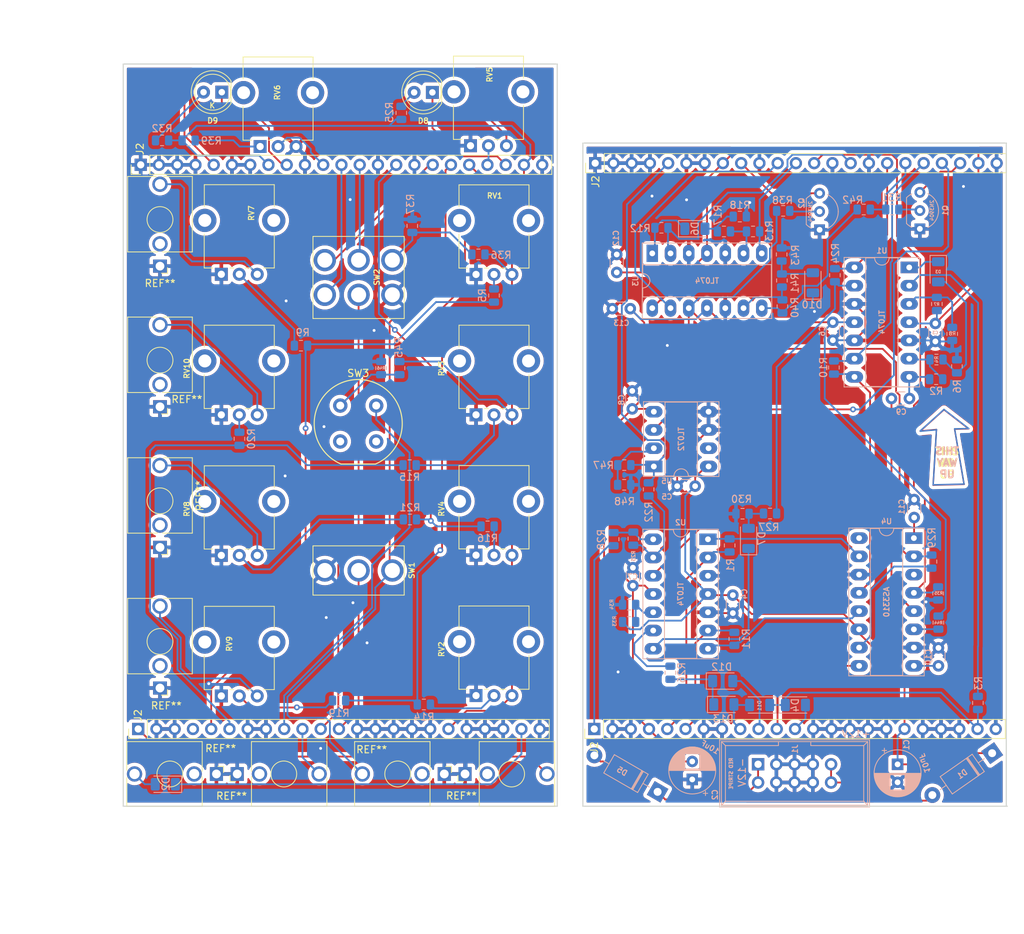
<source format=kicad_pcb>
(kicad_pcb (version 20211014) (generator pcbnew)
  (layers (0 "F.Cu" signal) (31 "B.Cu" signal) (34 "B.Paste" user) (35 "F.Paste" user) (36 "B.SilkS" user "B.Silkscreen") (37 "F.SilkS" user "F.Silkscreen") (38 "B.Mask" user) (39 "F.Mask" user) (44 "Edge.Cuts" user))
  (net 0 "")
  (net 1 "GND")
  (net 2 "+12V")
  (net 3 "-12V")
  (net 4 "/VTrig")
  (net 5 "Net-(C9-Pad1)")
  (net 6 "Net-(C10-Pad2)")
  (net 7 "Net-(C11-Pad2)")
  (net 8 "Net-(D1-Pad2)")
  (net 9 "/Trigger")
  (net 10 "Net-(D11-Pad1)")
  (net 11 "Net-(D3-Pad1)")
  (net 12 "Net-(D3-Pad2)")
  (net 13 "Net-(D4-Pad2)")
  (net 14 "Net-(D5-Pad1)")
  (net 15 "Net-(D6-Pad1)")
  (net 16 "Net-(D6-Pad2)")
  (net 17 "Net-(D7-Pad2)")
  (net 18 "Net-(D7-Pad1)")
  (net 19 "Net-(D8-Pad2)")
  (net 20 "Net-(D8-Pad1)")
  (net 21 "Net-(D9-Pad1)")
  (net 22 "Net-(D9-Pad2)")
  (net 23 "Net-(D10-Pad1)")
  (net 24 "Net-(D10-Pad2)")
  (net 25 "/ManTrigger")
  (net 26 "Net-(D12-Pad1)")
  (net 27 "/Gate")
  (net 28 "/Acv")
  (net 29 "/Dcv")
  (net 30 "/Scv")
  (net 31 "/Rcv")
  (net 32 "/Out")
  (net 33 "/EocOut")
  (net 34 "Net-(Q1-Pad2)")
  (net 35 "Net-(Q2-Pad2)")
  (net 36 "Net-(R1-Pad2)")
  (net 37 "/AttackControl")
  (net 38 "Net-(R2-Pad2)")
  (net 39 "Net-(R3-Pad1)")
  (net 40 "Net-(R5-Pad2)")
  (net 41 "Net-(R7-Pad1)")
  (net 42 "Net-(R9-Pad2)")
  (net 43 "Net-(R10-Pad2)")
  (net 44 "/ReleaseControl")
  (net 45 "/DecayControl")
  (net 46 "Net-(R11-Pad2)")
  (net 47 "Net-(R12-Pad2)")
  (net 48 "Net-(R13-Pad1)")
  (net 49 "Net-(R13-Pad2)")
  (net 50 "Net-(R14-Pad2)")
  (net 51 "Net-(R15-Pad2)")
  (net 52 "Net-(R16-Pad2)")
  (net 53 "Net-(R19-Pad2)")
  (net 54 "Net-(R20-Pad2)")
  (net 55 "Net-(R21-Pad2)")
  (net 56 "/env")
  (net 57 "Net-(R22-Pad1)")
  (net 58 "Net-(R23-Pad1)")
  (net 59 "Net-(R24-Pad1)")
  (net 60 "Net-(R24-Pad2)")
  (net 61 "Net-(R26-Pad1)")
  (net 62 "Net-(R29-Pad2)")
  (net 63 "Net-(R33-Pad1)")
  (net 64 "/Vgate")
  (net 65 "Net-(R36-Pad1)")
  (net 66 "Net-(R39-Pad2)")
  (net 67 "Net-(R40-Pad2)")
  (net 68 "Net-(R40-Pad1)")
  (net 69 "Net-(R44-Pad1)")
  (net 70 "Net-(R45-Pad2)")
  (net 71 "Net-(RV5-Pad2)")
  (net 72 "Net-(RV6-Pad2)")
  (net 73 "/SustainControl")
  (net 74 "Net-(U4-Pad3)")
  (net 75 "Net-(U4-Pad16)")
  (net 76 "Net-(R22-Pad2)")
  (net 77 "Net-(R47-Pad1)")
  (net 78 "Net-(U5-Pad7)")
  (footprint "ao_tht:LED_D5.0mm" (layer "F.Cu") (at 91.625 62.95 180)
    (fp_text reference "D8")
    (fp_text value "LED")
  )
  (footprint "ao_tht:LED_D5.0mm" (layer "F.Cu") (at 62.314693 62.92 180)
    (fp_text reference "D9")
    (fp_text value "LED")
  )
  (footprint "Connector_PinHeader_2.54mm:PinHeader_1x23_P2.54mm_Vertical" (layer "F.Cu") (at 50.68 151.55 90)
    (fp_text reference "J2")
    (fp_text value "Conn_01x10_Male")
  )
  (footprint "ao_tht:Potentiometer_Alpha_RD901F-40-00D_Single_Vertical_CircularHoles_centered" (layer "F.Cu") (at 100.2 80.785 90)
    (fp_text reference "RV1")
    (fp_text value "100k")
  )
  (footprint "ao_tht:Potentiometer_Alpha_RD901F-40-00D_Single_Vertical_CircularHoles_centered" (layer "F.Cu") (at 100.2 139.4 90)
    (fp_text reference "RV2")
    (fp_text value "100k")
  )
  (footprint "ao_tht:Potentiometer_Alpha_RD901F-40-00D_Single_Vertical_CircularHoles_centered" (layer "F.Cu") (at 100.2 100.323333 90)
    (fp_text reference "RV3")
    (fp_text value "100k")
  )
  (footprint "ao_tht:Potentiometer_Alpha_RD901F-40-00D_Single_Vertical_CircularHoles_centered" (layer "F.Cu") (at 100.2 119.861666 90)
    (fp_text reference "RV4")
    (fp_text value "100k")
  )
  (footprint "ao_tht:Potentiometer_Alpha_RD901F-40-00D_Single_Vertical_CircularHoles_centered" (layer "F.Cu") (at 99.429575 62.872184 90)
    (fp_text reference "RV5")
    (fp_text value "100k")
  )
  (footprint "ao_tht:Potentiometer_Alpha_RD901F-40-00D_Single_Vertical_CircularHoles_centered" (layer "F.Cu") (at 70.149575 62.985 90)
    (fp_text reference "RV6")
    (fp_text value "10k")
  )
  (footprint "ao_tht:Potentiometer_Alpha_RD901F-40-00D_Single_Vertical_CircularHoles_centered" (layer "F.Cu") (at 64.75 80.765 90)
    (fp_text reference "RV7")
    (fp_text value "100k")
  )
  (footprint "ao_tht:Potentiometer_Alpha_RD901F-40-00D_Single_Vertical_CircularHoles_centered" (layer "F.Cu") (at 64.75 119.888332 90)
    (fp_text reference "RV8")
    (fp_text value "100k")
  )
  (footprint "ao_tht:Potentiometer_Alpha_RD901F-40-00D_Single_Vertical_CircularHoles_centered" (layer "F.Cu") (at 64.75 139.45 90)
    (fp_text reference "RV9")
    (fp_text value "100k")
  )
  (footprint "ao_tht:Potentiometer_Alpha_RD901F-40-00D_Single_Vertical_CircularHoles_centered" (layer "F.Cu") (at 64.75 100.326666 90)
    (fp_text reference "RV10")
    (fp_text value "100k")
  )
  (footprint "ao_tht:SPDT-toggle-switch-1M-series" (layer "F.Cu") (at 81.35412 129.49 -90)
    (fp_text reference "SW1")
    (fp_text value "SW_SPDT")
  )
  (footprint "ao_tht:DPDT-toggle-switch-1M-seriesx" (layer "F.Cu") (at 81.35412 88.708646 -90)
    (fp_text reference "SW2")
    (fp_text value "SW_DPDT_x2")
  )
  (footprint "Button_Switch_THT:Push_E-Switch_KS01Q01" (layer "F.Cu") (at 78.80412 106.534904)
    (fp_text reference "SW3")
    (fp_text value "SW_Push")
  )
  (footprint "Connector_Audio:Jack_3.5mm_QingPu_WQP-PJ398SM_Vertical_CircularHoles" (layer "F.Cu") (at 93.28 157.81 -90)
    (fp_text reference "REF**")
    (fp_text value "Jack_3.5mm_QingPu_WQP-PJ398SM_Vertical_CircularHoles")
  )
  (footprint "Connector_PinHeader_2.54mm:PinHeader_1x23_P2.54mm_Vertical" (layer "F.Cu") (at 114.281829 72.8 90)
    (fp_text reference "J2")
    (fp_text value "Conn_01x10_Male")
  )
  (footprint "Connector_PinHeader_2.54mm:PinHeader_1x23_P2.54mm_Vertical" (layer "F.Cu") (at 114.155 151.55 90)
    (fp_text reference "J2")
    (fp_text value "Conn_01x10_Male")
  )
  (footprint "Connector_Audio:Jack_3.5mm_QingPu_WQP-PJ398SM_Vertical_CircularHoles" (layer "F.Cu") (at 53.71328 106.703333 180)
    (fp_text reference "REF**")
    (fp_text value "Jack_3.5mm_QingPu_WQP-PJ398SM_Vertical_CircularHoles")
  )
  (footprint "Connector_Audio:Jack_3.5mm_QingPu_WQP-PJ398SM_Vertical_CircularHoles" (layer "F.Cu") (at 53.71328 126.276666 180)
    (fp_text reference "REF**")
    (fp_text value "Jack_3.5mm_QingPu_WQP-PJ398SM_Vertical_CircularHoles")
  )
  (footprint "Connector_Audio:Jack_3.5mm_QingPu_WQP-PJ398SM_Vertical_CircularHoles" (layer "F.Cu") (at 96.17 157.81 90)
    (fp_text reference "REF**")
    (fp_text value "Jack_3.5mm_QingPu_WQP-PJ398SM_Vertical_CircularHoles")
  )
  (footprint "Connector_Audio:Jack_3.5mm_QingPu_WQP-PJ398SM_Vertical_CircularHoles" (layer "F.Cu") (at 53.71328 145.85 180)
    (fp_text reference "REF**")
    (fp_text value "Jack_3.5mm_QingPu_WQP-PJ398SM_Vertical_CircularHoles")
  )
  (footprint "Connector_PinHeader_2.54mm:PinHeader_1x23_P2.54mm_Vertical" (layer "F.Cu") (at 51.03 73.03 90)
    (fp_text reference "J2")
    (fp_text value "Conn_01x10_Male")
  )
  (footprint "Connector_Audio:Jack_3.5mm_QingPu_WQP-PJ398SM_Vertical_CircularHoles" (layer "F.Cu") (at 64.46 157.81 90)
    (fp_text reference "REF**")
    (fp_text value "Jack_3.5mm_QingPu_WQP-PJ398SM_Vertical_CircularHoles")
  )
  (footprint "Connector_Audio:Jack_3.5mm_QingPu_WQP-PJ398SM_Vertical_CircularHoles" (layer "F.Cu") (at 61.57 157.81 -90)
    (fp_text reference "REF**")
    (fp_text value "Jack_3.5mm_QingPu_WQP-PJ398SM_Vertical_CircularHoles")
  )
  (footprint "Connector_Audio:Jack_3.5mm_QingPu_WQP-PJ398SM_Vertical_CircularHoles" (layer "F.Cu") (at 53.71328 87.13 180)
    (fp_text reference "REF**")
    (fp_text value "Jack_3.5mm_QingPu_WQP-PJ398SM_Vertical_CircularHoles")
  )
  (footprint "ao_tht:CP_Radial_D6.3mm_P2.50mm" (layer "B.Cu") (at 156.37 156.47 -90)
    (fp_text reference "C1")
    (fp_text value "10uF")
  )
  (footprint "ao_tht:CP_Radial_D6.3mm_P2.50mm" (layer "B.Cu") (at 127.79 158.57 90)
    (fp_text reference "C2")
    (fp_text value "10uF")
  )
  (footprint "ao_tht:C_Disc_D3.0mm_W1.6mm_P2.50mm" (layer "B.Cu") (at 161.63 97.610311 90)
    (fp_text reference "C3")
    (fp_text value "0.1uF")
  )
  (footprint "ao_tht:C_Disc_D3.0mm_W1.6mm_P2.50mm" (layer "B.Cu") (at 133.445 135.41894 90)
    (fp_text reference "C4")
    (fp_text value "0.1uF")
  )
  (footprint "ao_tht:C_Disc_D3.0mm_W1.6mm_P2.50mm" (layer "B.Cu") (at 125.693482 117.7508)
    (fp_text reference "C5")
    (fp_text value "0.1uF")
  )
  (footprint "ao_tht:C_Disc_D3.0mm_W1.6mm_P2.50mm" (layer "B.Cu") (at 147.36 97.440311 90)
    (fp_text reference "C6")
    (fp_text value "0.1uF")
  )
  (footprint "ao_tht:C_Disc_D3.0mm_W1.6mm_P2.50mm" (layer "B.Cu") (at 119.535 129.09894 -90)
    (fp_text reference "C7")
    (fp_text value "0.1uF")
  )
  (footprint "ao_tht:C_Disc_D3.0mm_W1.6mm_P2.50mm" (layer "B.Cu") (at 119.443482 104.5008 -90)
    (fp_text reference "C8")
    (fp_text value "0.1uF")
  )
  (footprint "ao_tht:C_Disc_D3.0mm_W1.6mm_P2.50mm" (layer "B.Cu") (at 155.52 105.550311)
    (fp_text reference "C9")
    (fp_text value "0.001uF")
  )
  (footprint "ao_tht:C_Disc_D3.0mm_W1.6mm_P2.50mm" (layer "B.Cu") (at 162.057895 140.262415 -90)
    (fp_text reference "C10")
    (fp_text value "0.01uF")
  )
  (footprint "ao_tht:C_Disc_D3.0mm_W1.6mm_P2.50mm" (layer "B.Cu") (at 158.68 119.62 -90)
    (fp_text reference "C11")
    (fp_text value "0.03uF")
  )
  (footprint "ao_tht:D_DO-41_SOD81_P10.16mm_Horizontal" (layer "B.Cu") (at 169.531292 154.916232 -145)
    (fp_text reference "D1")
    (fp_text value "1N5817")
  )
  (footprint "Diode_SMD:D_1206_3216Metric" (layer "B.Cu") (at 54.45 159.24 180)
    (fp_text reference "D2")
    (fp_text value "1N4148")
  )
  (footprint "Diode_SMD:D_1206_3216Metric" (layer "B.Cu") (at 162.03 87.920311 -90)
    (fp_text reference "D3")
    (fp_text value "1N4148")
  )
  (footprint "ao_tht:D_DO-41_SOD81_P10.16mm_Horizontal" (layer "B.Cu") (at 122.969409 160.3 150)
    (fp_text reference "D5")
    (fp_text value "1N5817")
  )
  (footprint "Diode_SMD:D_1206_3216Metric" (layer "B.Cu") (at 128.1625 81.92548)
    (fp_text reference "D6")
    (fp_text value "1N4148")
  )
  (footprint "Diode_SMD:D_1206_3216Metric" (layer "B.Cu") (at 135.63 125.02 90)
    (fp_text reference "D7")
    (fp_text value "1N4148")
  )
  (footprint "Diode_SMD:D_1206_3216Metric" (layer "B.Cu") (at 144.5825 89.44548 90)
    (fp_text reference "D10")
    (fp_text value "1N4148")
  )
  (footprint "Diode_SMD:D_1206_3216Metric" (layer "B.Cu") (at 137.17 148.21 180)
    (fp_text reference "D11")
    (fp_text value "1N4148")
  )
  (footprint "Diode_SMD:D_1206_3216Metric" (layer "B.Cu") (at 132.03 144.88)
    (fp_text reference "D12")
    (fp_text value "1N4148")
  )
  (footprint "Diode_SMD:D_1206_3216Metric" (layer "B.Cu") (at 132.19 148.14)
    (fp_text reference "D13")
    (fp_text value "1N4148")
  )
  (footprint "ao_tht:Power_Header" (layer "B.Cu") (at 136.955 156.46 -90)
    (fp_text reference "J1")
    (fp_text value "Synth_power_2x5")
  )
  (footprint "ao_tht:TO-92_Inline_Wide" (layer "B.Cu") (at 159.47 81.94 90)
    (fp_text reference "Q1")
    (fp_text value "2N3904")
  )
  (footprint "ao_tht:TO-92_Inline_Wide" (layer "B.Cu") (at 145.51375 82.07 90)
    (fp_text reference "Q2")
    (fp_text value "2N3904")
  )
  (footprint "Resistor_SMD:R_0805_2012Metric" (layer "B.Cu") (at 132.995 125.99894 -90)
    (fp_text reference "R1")
    (fp_text value "6k2")
  )
  (footprint "Resistor_SMD:R_0805_2012Metric" (layer "B.Cu") (at 161.74 102.870311)
    (fp_text reference "R2")
    (fp_text value "47k")
  )
  (footprint "Resistor_SMD:R_0805_2012Metric" (layer "B.Cu") (at 167.55 147.92 -90)
    (fp_text reference "R3")
    (fp_text value "100k")
  )
  (footprint "Resistor_SMD:R_0805_2012Metric" (layer "B.Cu") (at 161.78 100.130311)
    (fp_text reference "R4")
    (fp_text value "100k")
  )
  (footprint "Resistor_SMD:R_0805_2012Metric" (layer "B.Cu") (at 100.2 91.22 90)
    (fp_text reference "R5")
    (fp_text value "100k")
  )
  (footprint "Resistor_SMD:R_0805_2012Metric" (layer "B.Cu") (at 164.63 101.070311 -90)
    (fp_text reference "R6")
    (fp_text value "100k")
  )
  (footprint "Resistor_SMD:R_0805_2012Metric" (layer "B.Cu") (at 161.84 92.400311 -90)
    (fp_text reference "R7")
    (fp_text value "200k")
  )
  (footprint "Resistor_SMD:R_0805_2012Metric" (layer "B.Cu") (at 163.97 96.560311 90)
    (fp_text reference "R8")
    (fp_text value "100k")
  )
  (footprint "Resistor_SMD:R_0805_2012Metric" (layer "B.Cu") (at 73.33 98.2 180)
    (fp_text reference "R9")
    (fp_text value "100k")
  )
  (footprint "Resistor_SMD:R_0805_2012Metric" (layer "B.Cu") (at 147.51 101.24 90)
    (fp_text reference "R10")
    (fp_text value "6k2")
  )
  (footprint "Resistor_SMD:R_0805_2012Metric" (layer "B.Cu") (at 133.65 139.01 90)
    (fp_text reference "R11")
    (fp_text value "6k2")
  )
  (footprint "Resistor_SMD:R_0805_2012Metric" (layer "B.Cu") (at 123.5025 81.79548)
    (fp_text reference "R12")
    (fp_text value "47k")
  )
  (footprint "Resistor_SMD:R_0805_2012Metric" (layer "B.Cu") (at 136.2525 82.30548 180)
    (fp_text reference "R13")
    (fp_text value "100k")
  )
  (footprint "Resistor_SMD:R_0805_2012Metric" (layer "B.Cu") (at 90.44 148.14)
    (fp_text reference "R14")
    (fp_text value "100k")
  )
  (footprint "Resistor_SMD:R_0805_2012Metric" (layer "B.Cu") (at 88.46 114.83)
    (fp_text reference "R15")
    (fp_text value "100k")
  )
  (footprint "Resistor_SMD:R_0805_2012Metric" (layer "B.Cu") (at 99.31 123.35)
    (fp_text reference "R16")
    (fp_text value "100k")
  )
  (footprint "Resistor_SMD:R_0805_2012Metric" (layer "B.Cu") (at 132.2025 82.30548 180)
    (fp_text reference "R17")
    (fp_text value "100k")
  )
  (footprint "Resistor_SMD:R_0805_2012Metric" (layer "B.Cu") (at 134.41 80.23 180)
    (fp_text reference "R18")
    (fp_text value "100k")
  )
  (footprint "Resistor_SMD:R_0805_2012Metric" (layer "B.Cu") (at 78.6425 147.59 180)
    (fp_text reference "R19")
    (fp_text value "100k")
  )
  (footprint "Resistor_SMD:R_0805_2012Metric" (layer "B.Cu") (at 64.77 111.16 90)
    (fp_text reference "R20")
    (fp_text value "100k")
  )
  (footprint "Resistor_SMD:R_0805_2012Metric" (layer "B.Cu") (at 88.5 122.39 180)
    (fp_text reference "R21")
    (fp_text value "100k")
  )
  (footprint "Resistor_SMD:R_0805_2012Metric" (layer "B.Cu") (at 121.72 118.2 90)
    (fp_text reference "R22")
    (fp_text value "100k")
  )
  (footprint "Resistor_SMD:R_0805_2012Metric" (layer "B.Cu") (at 119.595 125.05894 -90)
    (fp_text reference "R23")
    (fp_text value "100k")
  )
  (footprint "Resistor_SMD:R_0805_2012Metric" (layer "B.Cu") (at 147.65 88.39 -90)
    (fp_text reference "R24")
    (fp_text value "47k")
  )
  (footprint "Resistor_SMD:R_0805_2012Metric" (layer "B.Cu") (at 87.3 65.8 90)
    (fp_text reference "R25")
    (fp_text value "10k")
  )
  (footprint "Resistor_SMD:R_0805_2012Metric" (layer "B.Cu") (at 124.75 143.72 -90)
    (fp_text reference "R26")
    (fp_text value "100k")
  )
  (footprint "Resistor_SMD:R_0805_2012Metric" (layer "B.Cu") (at 138.62 121.56 180)
    (fp_text reference "R27")
    (fp_text value "100k")
  )
  (footprint "Resistor_SMD:R_0805_2012Metric" (layer "B.Cu") (at 116.85 125.13 90)
    (fp_text reference "R28")
    (fp_text value "1k")
  )
  (footprint "Resistor_SMD:R_0805_2012Metric" (layer "B.Cu") (at 161.087895 128.252415 -90)
    (fp_text reference "R29")
    (fp_text value "30k")
  )
  (footprint "Resistor_SMD:R_0805_2012Metric" (layer "B.Cu") (at 134.79 121.59)
    (fp_text reference "R30")
    (fp_text value "100k")
  )
  (footprint "Resistor_SMD:R_0805_2012Metric" (layer "B.Cu") (at 155.63 79.25 180)
    (fp_text reference "R31")
    (fp_text value "100k")
  )
  (footprint "Resistor_SMD:R_0805_2012Metric" (layer "B.Cu") (at 54 69.63 180)
    (fp_text reference "R32")
    (fp_text value "10k")
  )
  (footprint "Resistor_SMD:R_0805_2012Metric" (layer "B.Cu") (at 119.005 136.64894 180)
    (fp_text reference "R33")
    (fp_text value "200k")
  )
  (footprint "Resistor_SMD:R_0805_2012Metric" (layer "B.Cu") (at 119.005 134.24894)
    (fp_text reference "R34")
    (fp_text value "100k")
  )
  (footprint "Resistor_SMD:R_0805_2012Metric" (layer "B.Cu") (at 162.007895 132.679915 -90)
    (fp_text reference "R35")
    (fp_text value "10k")
  )
  (footprint "Resistor_SMD:R_0805_2012Metric" (layer "B.Cu") (at 98.03 85.5)
    (fp_text reference "R36")
    (fp_text value "link")
  )
  (footprint "Resistor_SMD:R_0805_2012Metric" (layer "B.Cu") (at 88.83 81.53 -90)
    (fp_text reference "R37")
    (fp_text value "100k")
  )
  (footprint "Resistor_SMD:R_0805_2012Metric" (layer "B.Cu") (at 140.44375 79.44 180)
    (fp_text reference "R38")
    (fp_text value "100k")
  )
  (footprint "Resistor_SMD:R_0805_2012Metric" (layer "B.Cu") (at 57.7 69.63)
    (fp_text reference "R39")
    (fp_text value "100k")
  )
  (footprint "Resistor_SMD:R_0805_2012Metric" (layer "B.Cu") (at 140.3425 92.73548 90)
    (fp_text reference "R40")
    (fp_text value "51k")
  )
  (footprint "Resistor_SMD:R_0805_2012Metric" (layer "B.Cu") (at 140.2725 89.12548 90)
    (fp_text reference "R41")
    (fp_text value "100k")
  )
  (footprint "Resistor_SMD:R_0805_2012Metric" (layer "B.Cu") (at 151.66 79.25 180)
    (fp_text reference "R42")
    (fp_text value "1k")
  )
  (footprint "Resistor_SMD:R_0805_2012Metric" (layer "B.Cu") (at 140.2325 85.50548 90)
    (fp_text reference "R43")
    (fp_text value "100k")
  )
  (footprint "Resistor_SMD:R_0805_2012Metric" (layer "B.Cu") (at 162.047895 136.742415 90)
    (fp_text reference "R44")
    (fp_text value "470")
  )
  (footprint "Resistor_SMD:R_0805_2012Metric" (layer "B.Cu") (at 87.05 101.32 -90)
    (fp_text reference "R45")
    (fp_text value "100k")
  )
  (footprint "Resistor_SMD:R_0805_2012Metric" (layer "B.Cu") (at 84.48 101.32 90)
    (fp_text reference "R46")
    (fp_text value "100k")
  )
  (footprint "ao_tht:DIP-14_W7.62mm_Socket_LongPads" (layer "B.Cu") (at 157.99 87.310311 180)
    (fp_text reference "U1")
    (fp_text value "TL074")
  )
  (footprint "ao_tht:DIP-14_W7.62mm_Socket_LongPads" (layer "B.Cu") (at 129.98 125.145 180)
    (fp_text reference "U2")
    (fp_text value "TL074")
  )
  (footprint "ao_tht:DIP-14_W7.62mm_Socket_LongPads" (layer "B.Cu") (at 122.2275 85.35548 -90)
    (fp_text reference "U3")
    (fp_text value "TL074")
  )
  (footprint "ao_tht:DIP-16_W7.62mm_Socket_LongPads" (layer "B.Cu") (at 158.637895 124.982415 180)
    (fp_text reference "U4")
    (fp_text value "AS3310")
  )
  (footprint "Diode_SMD:D_1206_3216Metric" (layer "B.Cu") (at 142.15 148.21)
    (fp_text reference "D4")
    (fp_text value "1N4148")
  )
  (footprint "ao_tht:C_Disc_D3.0mm_W1.6mm_P2.50mm" (layer "B.Cu") (at 117.2825 85.50548 -90)
    (fp_text reference "C12")
    (fp_text value "0.1uF")
  )
  (footprint "Resistor_SMD:R_0805_2012Metric" (layer "B.Cu") (at 118.33 114.82)
    (fp_text reference "R47")
    (fp_text value "100k")
  )
  (footprint "Resistor_SMD:R_0805_2012Metric" (layer "B.Cu") (at 118.32 117.57)
    (fp_text reference "R48")
    (fp_text value "100k")
  )
  (footprint "ao_tht:DIP-8_W7.62mm_Socket_LongPads" (layer "B.Cu") (at 122.443482 115.0108)
    (fp_text reference "U5")
    (fp_text value "TL072")
  )
  (footprint "ao_tht:C_Disc_D3.0mm_W1.6mm_P2.50mm" (layer "B.Cu") (at 116.67 93.05)
    (fp_text reference "C13")
    (fp_text value "0.1uF")
  )
  (gr_line (start 161.32 117.61) (end 161.78 109.91) (layer "F.Cu") (width 0.2))
  (gr_line (start 164.31 109.82) (end 165.62 117.5) (layer "F.Cu") (width 0.2))
  (gr_line (start 161.78 109.87) (end 159.54 110.07) (layer "F.Cu") (width 0.2))
  (gr_line (start 159.52 110.1) (end 162.83 107.12) (layer "F.Cu") (width 0.2))
  (gr_line (start 166.26 109.77) (end 164.31 109.82) (layer "F.Cu") (width 0.2))
  (gr_line (start 165.62 117.5) (end 161.32 117.61) (layer "F.Cu") (width 0.2))
  (gr_line (start 162.83 107.12) (end 166.26 109.77) (layer "F.Cu") (width 0.2))
  (gr_line (start 166.26 109.73) (end 164.31 109.78) (layer "B.Cu") (width 0.2))
  (gr_line (start 159.52 110.06) (end 162.83 107.08) (layer "B.Cu") (width 0.2))
  (gr_line (start 161.78 109.91) (end 159.54 110.11) (layer "B.Cu") (width 0.2))
  (gr_line (start 161.32 117.57) (end 161.78 109.87) (layer "B.Cu") (width 0.2))
  (gr_line (start 162.83 107.08) (end 166.26 109.73) (layer "B.Cu") (width 0.2))
  (gr_line (start 164.31 109.78) (end 165.62 117.46) (layer "B.Cu") (width 0.2))
  (gr_line (start 165.62 117.46) (end 161.32 117.57) (layer "B.Cu") (width 0.2))
  (gr_line (start 109 162.300412) (end 109 59) (layer "Edge.Cuts") (width 0.15))
  (gr_line (start 109 59) (end 48.6 59) (layer "Edge.Cuts") (width 0.15))
  (gr_line (start 112.57 162.300412) (end 171.65 162.300412) (layer "Edge.Cuts") (width 0.15))
  (gr_line (start 112.57 69.999137) (end 112.57 162.300412) (layer "Edge.Cuts") (width 0.15))
  (gr_line (start 171.5 69.999137) (end 112.57 69.999137) (layer "Edge.Cuts") (width 0.15))
  (gr_line (start 48.6 162.300412) (end 109 162.300412) (layer "Edge.Cuts") (width 0.15))
  (gr_line (start 48.6 59) (end 48.6 162.3) (layer "Edge.Cuts") (width 0.15))
  (gr_line (start 171.5 162.300412) (end 171.5 69.999137) (layer "Edge.Cuts") (width 0.15))
  (gr_text "THIS\nWAY\nUP" (at 163.27 114.48) (layer "B.SilkS") (effects (font (size 1 1) (thickness 0.25)) (justify mirror)))
  (gr_text "THIS\nWAY\nUP" (at 163.27 114.52) (layer "F.SilkS") (effects (font (size 1 1) (thickness 0.25))))
  (segment (start 133.445 135.41894) (end 130.09394 135.41894) (width 0.25) (layer "F.Cu") (net 1))
  (segment (start 139.495 159) (end 142.035 159) (width 0.25) (layer "F.Cu") (net 1))
  (segment (start 142.035 156.46) (end 142.035 159) (width 0.25) (layer "F.Cu") (net 1))
  (segment (start 125.693482 114.3008) (end 125.693482 117.7508) (width 0.25) (layer "F.Cu") (net 1))
  (segment (start 150.37 92.390311) (end 151.89452 93.914831) (width 0.25) (layer "F.Cu") (net 1))
  (segment (start 144.38 156.59) (end 144.25 156.46) (width 0.25) (layer "F.Cu") (net 1))
  (segment (start 139.495 156.46) (end 139.495 159) (width 0.25) (layer "F.Cu") (net 1))
  (segment (start 144.575 159) (end 144.575 156.46) (width 0.25) (layer "F.Cu") (net 1))
  (segment (start 130.09394 135.41894) (end 129.98 135.305) (width 0.25) (layer "F.Cu") (net 1))
  (segment (start 144.25 156.46) (end 142.035 156.46) (width 0.25) (layer "F.Cu") (net 1))
  (segment (start 144.575 156.46) (end 144.51 156.46) (width 0.25) (layer "F.Cu") (net 1))
  (segment (start 144.51 156.46) (end 144.38 156.59) (width 0.25) (layer "F.Cu") (net 1))
  (segment (start 151.89452 95.945791) (end 150.37 97.470311) (width 0.25) (layer "F.Cu") (net 1))
  (segment (start 139.495 156.46) (end 142.035 156.46) (width 0.25) (layer "F.Cu") (net 1))
  (segment (start 130.063482 109.9308) (end 125.693482 114.3008) (width 0.25) (layer "F.Cu") (net 1))
  (segment (start 150.37 97.470311) (end 157.99 97.470311) (width 0.25) (layer "F.Cu") (net 1))
  (segment (start 142.035 159) (end 144.575 159) (width 0.25) (layer "F.Cu") (net 1))
  (segment (start 151.89452 93.914831) (end 151.89452 95.945791) (width 0.25) (layer "F.Cu") (net 1))
  (segment (start 164.955 151.94738) (end 164.955 151.55) (width 0.25) (layer "F.Cu") (net 1))
  (via (at 124.32 98.17) (size 0.8) (drill 0.4) (layers "F.Cu" "B.Cu") (net 1))
  (via (at 76.54 109.47) (size 0.8) (drill 0.4) (layers "F.Cu" "B.Cu") (net 1))
  (via (at 80.18 77.87) (size 0.8) (drill 0.4) (layers "F.Cu" "B.Cu") (net 1))
  (via (at 82.53 139.56) (size 0.8) (drill 0.4) (layers "F.Cu" "B.Cu") (net 1))
  (via (at 76.85 136.04) (size 0.8) (drill 0.4) (layers "F.Cu" "B.Cu") (net 1))
  (via (at 80.57 133.98) (size 0.8) (drill 0.4) (layers "F.Cu" "B.Cu") (net 1))
  (via (at 165.54 76.04) (size 0.8) (drill 0.4) (layers "F.Cu" "B.Cu") (net 1))
  (via (at 160.32 133.86) (size 0.8) (drill 0.4) (layers "F.Cu" "B.Cu") (net 1))
  (via (at 127 77.9) (size 0.8) (drill 0.4) (layers "F.Cu" "B.Cu") (net 1))
  (via (at 76.07 154.25) (size 0.8) (drill 0.4) (layers "F.Cu" "B.Cu") (net 1))
  (via (at 71.13 116.33) (size 0.8) (drill 0.4) (layers "F.Cu" "B.Cu") (net 1))
  (via (at 135.8 78.28) (size 0.8) (drill 0.4) (layers "F.Cu" "B.Cu") (net 1))
  (via (at 71.27 91.97) (size 0.8) (drill 0.4) (layers "F.Cu" "B.Cu") (net 1))
  (via (at 60.5 145.24) (size 0.8) (drill 0.4) (layers "F.Cu" "B.Cu") (net 1))
  (via (at 117.47 143.61) (size 0.8) (drill 0.4) (layers "F.Cu" "B.Cu") (net 1))
  (via (at 122.19 77.38) (size 0.8) (drill 0.4) (layers "F.Cu" "B.Cu") (net 1))
  (via (at 83.51 96.08) (size 0.8) (drill 0.4) (layers "F.Cu" "B.Cu") (net 1))
  (segment (start 147.36 97.440311) (end 150.34 97.440311) (width 0.25) (layer "B.Cu") (net 1))
  (segment (start 161.49 97.470311) (end 161.63 97.610311) (width 0.25) (layer "B.Cu") (net 1))
  (segment (start 61.57 157.81) (end 64.46 157.81) (width 0.25) (layer "B.Cu") (net 1))
  (segment (start 157.99 97.470311) (end 161.49 97.470311) (width 0.25) (layer "B.Cu") (net 1))
  (segment (start 150.34 97.440311) (end 150.37 97.470311) (width 0.25) (layer "B.Cu") (net 1))
  (segment (start 161.63 97.610311) (end 164.3675 97.610311) (width 0.25) (layer "B.Cu") (net 1))
  (segment (start 93.28 157.81) (end 96.17 157.81) (width 0.25) (layer "B.Cu") (net 1))
  (segment (start 96.4 157.58) (end 96.17 157.81) (width 0.25) (layer "B.Cu") (net 1))
  (segment (start 88.83 73.33) (end 89.13 73.03) (width 0.25) (layer "B.Cu") (net 1))
  (segment (start 158.677895 140.262415) (end 158.637895 140.222415) (width 0.25) (layer "B.Cu") (net 1))
  (segment (start 130.063482 107.3908) (end 130.063482 109.9308) (width 0.25) (layer "B.Cu") (net 1))
  (segment (start 96.4 151.55) (end 96.4 157.58) (width 0.25) (layer "B.Cu") (net 1))
  (segment (start 134.1 70.7) (end 166.81 70.7) (width 0.25) (layer "F.Cu") (net 2))
  (segment (start 104.37 74.87) (end 102.7 76.54) (width 0.25) (layer "F.Cu") (net 2))
  (segment (start 167.621829 71.511829) (end 167.621829 72.8) (width 0.25) (layer "F.Cu") (net 2))
  (segment (start 100.58 149.02) (end 96.39 149.02) (width 0.25) (layer "F.Cu") (net 2))
  (segment (start 133.445 132.91894) (end 136.06606 135.54) (width 0.25) (layer "F.Cu") (net 2))
  (segment (start 102.7 76.54) (end 102.7 106.19) (width 0.25) (layer "F.Cu") (net 2))
  (segment (start 165.781232 154.916232) (end 164.227464 156.47) (width 0.25) (layer "F.Cu") (net 2))
  (segment (start 166.81 70.7) (end 167.621829 71.511829) (width 0.25) (layer "F.Cu") (net 2))
  (segment (start 148.87548 135.54) (end 151.017895 137.682415) (width 0.25) (layer "F.Cu") (net 2))
  (segment (start 136.06606 135.54) (end 148.87548 135.54) (width 0.25) (layer "F.Cu") (net 2))
  (segment (start 128.193482 117.7508) (end 128.203482 117.7408) (width 0.25) (layer "F.Cu") (net 2))
  (segment (start 133.23634 71.56366) (end 134.1 70.7) (width 0.25) (layer "F.Cu") (net 2))
  (segment (start 132.061829 72.8) (end 133.23634 71.625489) (width 0.25) (layer "F.Cu") (net 2))
  (segment (start 157.335 144.549209) (end 151.017895 138.232104) (width 0.25) (layer "F.Cu") (net 2))
  (segment (start 102.7 146.9) (end 100.58 149.02) (width 0.25) (layer "F.Cu") (net 2))
  (segment (start 164.227464 156.47) (end 156.37 156.47) (width 0.25) (layer "F.Cu") (net 2))
  (segment (start 96.39 149.02) (end 93.86 151.55) (width 0.25) (layer "F.Cu") (net 2))
  (segment (start 133.23634 71.625489) (end 133.23634 71.56366) (width 0.25) (layer "F.Cu") (net 2))
  (segment (start 129.703482 115.0108) (end 130.063482 115.0108) (width 0.25) (layer "F.Cu") (net 2))
  (segment (start 104.37 73.03) (end 104.37 74.87) (width 0.25) (layer "F.Cu") (net 2))
  (segment (start 157.335 151.55) (end 157.335 144.549209) (width 0.25) (layer "F.Cu") (net 2))
  (segment (start 102.7 105.7) (end 102.7 146.78) (width 0.25) (layer "F.Cu") (net 2))
  (segment (start 167.621829 72.8) (end 167.621829 89.118482) (width 0.25) (layer "F.Cu") (net 2))
  (segment (start 102.7 146.78) (end 102.82 146.9) (width 0.25) (layer "F.Cu") (net 2))
  (segment (start 129.8475 75.014329) (end 132.061829 72.8) (width 0.25) (layer "F.Cu") (net 2))
  (segment (start 127.1975 88.00548) (end 129.8475 85.35548) (width 0.25) (layer "F.Cu") (net 2))
  (segment (start 128.203482 116.5108) (end 129.703482 115.0108) (width 0.25) (layer "F.Cu") (net 2))
  (segment (start 117.2825 88.00548) (end 127.1975 88.00548) (width 0.25) (layer "F.Cu") (net 2))
  (segment (start 128.203482 117.7408) (end 128.203482 116.5108) (width 0.25) (layer "F.Cu") (net 2))
  (segment (start 129.98 132.765) (end 130.13394 132.91894) (width 0.25) (layer "F.Cu") (net 2))
  (segment (start 130.13394 132.91894) (end 133.445 132.91894) (width 0.25) (layer "F.Cu") (net 2))
  (segment (start 167.621829 89.118482) (end 161.63 95.110311) (width 0.25) (layer "F.Cu") (net 2))
  (segment (start 169.531292 154.916232) (end 165.781232 154.916232) (width 0.25) (layer "F.Cu") (net 2))
  (segment (start 129.8475 85.35548) (end 129.8475 75.014329) (width 0.25) (layer "F.Cu") (net 2))
  (segment (start 151.017895 138.232104) (end 151.017895 137.682415) (width 0.25) (layer "F.Cu") (net 2))
  (segment (start 104.37 73.03) (end 105.26 72.14) (width 0.25) (layer "B.Cu") (net 2))
  (segment (start 156.37 152.515) (end 157.335 151.55) (width 0.25) (layer "B.Cu") (net 2))
  (segment (start 56.7875 69.63) (end 58.8875 71.73) (width 0.25) (layer "B.Cu") (net 2))
  (segment (start 100.576667 105.7) (end 102.7 107.823333) (width 0.25) (layer "B.Cu") (net 2))
  (segment (start 58.8875 71.73) (end 67.51 71.73) (width 0.25) (layer "B.Cu") (net 2))
  (segment (start 161.63 95.110311) (end 158.17 95.110311) (width 0.25) (layer "B.Cu") (net 2))
  (segment (start 86.5175 66.7125) (end 85.622911 67.607089) (width 0.25) (layer "B.Cu") (net 2))
  (segment (start 120.541229 137.67346) (end 121.745749 136.46894) (width 0.25) (layer "B.Cu") (net 2))
  (segment (start 54.9125 69.63) (end 56.7875 69.63) (width 0.25) (layer "B.Cu") (net 2))
  (segment (start 126.82 119.124282) (end 126.82 129.605) (width 0.25) (layer "B.Cu") (net 2))
  (segment (start 158.17 95.110311) (end 157.99 94.930311) (width 0.25) (layer "B.Cu") (net 2))
  (segment (start 87.3 66.7125) (end 86.5175 66.7125) (width 0.25) (layer "B.Cu") (net 2))
  (segment (start 128.193482 117.7508) (end 126.82 119.124282) (width 0.25) (layer "B.Cu") (net 2))
  (segment (start 121.745749 136.46894) (end 126.27606 136.46894) (width 0.25) (layer "B.Cu") (net 2))
  (segment (start 92.734212 100.4075) (end 98.026712 105.7) (width 0.25) (layer "B.Cu") (net 2))
  (segment (start 156.37 156.47) (end 156.37 152.515) (width 0.25) (layer "B.Cu") (net 2))
  (segment (start 87.05 100.4075) (end 92.734212 100.4075) (width 0.25) (layer "B.Cu") (net 2))
  (segment (start 98.026712 105.7) (end 100.576667 105.7) (width 0.25) (layer "B.Cu") (net 2))
  (segment (start 161.84 93.312811) (end 161.84 94.900311) (width 0.25) (layer "B.Cu") (net 2))
  (segment (start 105.26 72.14) (end 105.26 70.22) (width 0.25) (layer "B.Cu") (net 2))
  (segment (start 105.26 70.22) (end 102.647089 67.607089) (width 0.25) (layer "B.Cu") (net 2))
  (segment (start 98.9425 85.5) (end 99.915 85.5) (width 0.25) (layer "B.Cu") (net 2))
  (segment (start 67.51 71.73) (end 68.81 73.03) (width 0.25) (layer "B.Cu") (net 2))
  (segment (start 118.0925 136.64894) (end 119.11702 137.67346) (width 0.25) (layer "B.Cu") (net 2))
  (segment (start 58.810411 67.607089) (end 56.7875 69.63) (width 0.25) (layer "B.Cu") (net 2))
  (segment (start 99.915 85.5) (end 102.7 88.285) (width 0.25) (layer "B.Cu") (net 2))
  (segment (start 126.27606 136.46894) (end 129.98 132.765) (width 0.25) (layer "B.Cu") (net 2))
  (segment (start 126.82 129.605) (end 129.98 132.765) (width 0.25) (layer "B.Cu") (net 2))
  (segment (start 58.810411 67.607089) (end 102.647089 67.607089) (width 0.25) (layer "B.Cu") (net 2))
  (segment (start 119.11702 137.67346) (end 120.541229 137.67346) (width 0.25) (layer "B.Cu") (net 2))
  (segment (start 115.520489 127.584429) (end 115.520489 110.923793) (width 0.25) (layer "F.Cu") (net 3))
  (segment (start 115.520489 110.923793) (end 119.443482 107.0008) (width 0.25) (layer "F.Cu") (net 3))
  (segment (start 122.053482 107.0008) (end 122.443482 107.3908) (width 0.25) (layer "F.Cu") (net 3))
  (segment (start 121.775 151.605) (end 126.24 156.07) (width 0.25) (layer "F.Cu") (net 3))
  (segment (start 115.020591 156.07) (end 114.170591 155.22) (width 0.25) (layer "F.Cu") (net 3))
  (segment (start 121.11 94.99) (end 119.17 93.05) (width 0.25) (layer "F.Cu") (net 3))
  (segment (start 126.24 156.07) (end 126.3 156.07) (width 0.25) (layer "F.Cu") (net 3))
  (segment (start 119.443482 107.0008) (end 122.053482 107.0008) (width 0.25) (layer "F.Cu") (net 3))
  (segment (start 119.535 149.31) (end 119.535 131.59894) (width 0.25) (layer "F.Cu") (net 3))
  (segment (start 121.11 105.334282) (end 121.11 94.99) (width 0.25) (layer "F.Cu") (net 3))
  (segment (start 119.443482 107.0008) (end 121.11 105.334282) (width 0.25) (layer "F.Cu") (net 3))
  (segment (start 122.36 132.765) (end 121.19394 131.59894) (width 0.25) (layer "F.Cu") (net 3))
  (segment (start 121.775 151.55) (end 121.775 151.605) (width 0.25) (layer "F.Cu") (net 3))
  (segment (start 131.812331 94.940311) (end 147.36 94.940311) (width 0.25) (layer "F.Cu") (net 3))
  (segment (start 129.8475 92.97548) (end 131.812331 94.940311) (width 0.25) (layer "F.Cu") (net 3))
  (segment (start 121.19394 131.59894) (end 119.535 131.59894) (width 0.25) (layer "F.Cu") (net 3))
  (segment (start 121.775 151.55) (end 119.535 149.31) (width 0.25) (layer "F.Cu") (net 3))
  (segment (start 119.535 131.59894) (end 115.520489 127.584429) (width 0.25) (layer "F.Cu") (net 3))
  (segment (start 127.79 156.07) (end 115.020591 156.07) (width 0.25) (layer "F.Cu") (net 3))
  (segment (start 150.36 94.940311) (end 150.37 94.930311) (width 0.25) (layer "B.Cu") (net 3))
  (segment (start 129.8475 92.97548) (end 128.32298 94.5) (width 0.25) (layer "B.Cu") (net 3))
  (segment (start 146.235489 105.575489) (end 163.07 122.41) (width 0.25) (layer "B.Cu") (net 3))
  (segment (start 147.36 94.940311) (end 146.235489 96.064822) (width 0.25) (layer "B.Cu") (net 3))
  (segment (start 146.235489 96.064822) (end 146.235489 105.575489) (width 0.25) (layer "B.Cu") (net 3))
  (segment (start 120.62 94.5) (end 119.17 93.05) (width 0.25) (layer "B.Cu") (net 3))
  (segment (start 128.32298 94.5) (end 120.62 94.5) (width 0.25) (layer "B.Cu") (net 3))
  (segment (start 163.07 122.41) (end 163.07 134.80781) (width 0.25) (layer "B.Cu") (net 3))
  (segment (start 147.36 94.940311) (end 150.36 94.940311) (width 0.25) (layer "B.Cu") (net 3))
  (segment (start 163.07 134.80781) (end 162.047895 135.829915) (width 0.25) (layer "B.Cu") (net 3))
  (segment (start 160.5075 102.550311) (end 160.8275 102.870311) (width 0.25) (layer "B.Cu") (net 4))
  (segment (start 157.99 102.550311) (end 157.99 105.520311) (width 0.25) (layer "B.Cu") (net 4))
  (segment (start 157.99 105.520311) (end 158.02 105.550311) (width 0.25) (layer "B.Cu") (net 4))
  (segment (start 157.99 102.550311) (end 160.5075 102.550311) (width 0.25) (layer "B.Cu") (net 4))
  (segment (start 155.52 132.02452) (end 155.52 105.550311) (width 0.25) (layer "F.Cu") (net 5))
  (segment (start 158.637895 135.142415) (end 155.52 132.02452) (width 0.25) (layer "F.Cu") (net 5))
  (segment (start 162.057895 142.762415) (end 158.637895 142.762415) (width 0.25) (layer "B.Cu") (net 6))
  (segment (start 158.667895 124.952415) (end 158.637895 124.982415) (width 0.25) (layer "F.Cu") (net 7))
  (segment (start 158.667895 122.112415) (end 158.667895 124.952415) (width 0.25) (layer "F.Cu") (net 7))
  (segment (start 147.115 159) (end 151.41 159) (width 0.25) (layer "F.Cu") (net 8))
  (segment (start 153.93 161.52) (end 160.432476 161.52) (width 0.25) (layer "F.Cu") (net 8))
  (segment (start 147.115 156.46) (end 147.115 159) (width 0.25) (layer "F.Cu") (net 8))
  (segment (start 160.432476 161.52) (end 161.208707 160.743769) (width 0.25) (layer "F.Cu") (net 8))
  (segment (start 151.41 159) (end 153.93 161.52) (width 0.25) (layer "F.Cu") (net 8))
  (segment (start 51.6 159.24) (end 53.05 159.24) (width 0.25) (layer "B.Cu") (net 9))
  (segment (start 50.17 157.81) (end 51.6 159.24) (width 0.25) (layer "B.Cu") (net 9))
  (segment (start 104.02 155.025066) (end 99.805066 159.24) (width 0.25) (layer "B.Cu") (net 10))
  (segment (start 99.805066 159.24) (end 55.85 159.24) (width 0.25) (layer "B.Cu") (net 10))
  (segment (start 167.55 148.8325) (end 167.55 151.495) (width 0.25) (layer "B.Cu") (net 10))
  (segment (start 162.435 146.49) (end 141.52 146.49) (width 0.25) (layer "B.Cu") (net 10))
  (segment (start 167.55 151.495) (end 167.495 151.55) (width 0.25) (layer "B.Cu") (net 10))
  (segment (start 140.75 147.26) (end 140.75 148.21) (width 0.25) (layer "B.Cu") (net 10))
  (segment (start 138.57 148.21) (end 140.75 148.21) (width 0.25) (layer "B.Cu") (net 10))
  (segment (start 167.495 151.55) (end 162.435 146.49) (width 0.25) (layer "B.Cu") (net 10))
  (segment (start 167.58 151.465) (end 167.495 151.55) (width 0.25) (layer "B.Cu") (net 10))
  (segment (start 141.52 146.49) (end 140.75 147.26) (width 0.25) (layer "B.Cu") (net 10))
  (segment (start 104.02 151.55) (end 104.02 155.025066) (width 0.25) (layer "B.Cu") (net 10))
  (segment (start 162.02 86.530311) (end 162.03 86.520311) (width 0.25) (layer "B.Cu") (net 11))
  (segment (start 160.26 86.530311) (end 162.02 86.530311) (width 0.25) (layer "B.Cu") (net 11))
  (segment (start 157.99 87.310311) (end 159.48 87.310311) (width 0.25) (layer "B.Cu") (net 11))
  (segment (start 159.48 87.310311) (end 160.26 86.530311) (width 0.25) (layer "B.Cu") (net 11))
  (segment (start 164.545 101.982811) (end 162.6925 100.130311) (width 0.25) (layer "B.Cu") (net 12))
  (segment (start 165.9 92.22) (end 165.9 100.790311) (width 0.25) (layer "B.Cu") (net 12))
  (segment (start 163.000311 89.320311) (end 165.9 92.22) (width 0.25) (layer "B.Cu") (net 12))
  (segment (start 165.9 100.790311) (end 164.7075 101.982811) (width 0.25) (layer "B.Cu") (net 12))
  (segment (start 162.03 89.320311) (end 163.000311 89.320311) (width 0.25) (layer "B.Cu") (net 12))
  (segment (start 78.62 151.55) (end 81.35412 148.81588) (width 0.25) (layer "F.Cu") (net 13))
  (segment (start 81.35412 148.81588) (end 81.35412 129.49) (width 0.25) (layer "F.Cu") (net 13))
  (segment (start 143.55 150.095) (end 142.095 151.55) (width 0.25) (layer "B.Cu") (net 13))
  (segment (start 143.55 148.21) (end 143.55 150.095) (width 0.25) (layer "B.Cu") (net 13))
  (segment (start 137.03 157.24) (end 136.955 157.315) (width 0.25) (layer "F.Cu") (net 14))
  (segment (start 122.969409 160.3) (end 124.029409 161.36) (width 0.25) (layer "F.Cu") (net 14))
  (segment (start 136.955 157.165) (end 137.03 157.24) (width 0.25) (layer "F.Cu") (net 14))
  (segment (start 136.955 157.315) (end 136.955 159) (width 0.25) (layer "F.Cu") (net 14))
  (segment (start 136.955 156.46) (end 136.955 157.165) (width 0.25) (layer "F.Cu") (net 14))
  (segment (start 134.595 161.36) (end 136.955 159) (width 0.25) (layer "F.Cu") (net 14))
  (segment (start 124.029409 161.36) (end 134.595 161.36) (width 0.25) (layer "F.Cu") (net 14))
  (segment (start 123.61452 80.77096) (end 122.59 81.79548) (width 0.25) (layer "B.Cu") (net 15))
  (segment (start 122.59 81.79548) (end 122.59 84.99298) (width 0.25) (layer "B.Cu") (net 15))
  (segment (start 126.7625 81.92548) (end 125.60798 80.77096) (width 0.25) (layer "B.Cu") (net 15))
  (segment (start 125.60798 80.77096) (end 123.61452 80.77096) (width 0.25) (layer "B.Cu") (net 15))
  (segment (start 122.59 84.99298) (end 122.2275 85.35548) (width 0.25) (layer "B.Cu") (net 15))
  (segment (start 129.5625 81.92548) (end 130.91 81.92548) (width 0.25) (layer "B.Cu") (net 16))
  (segment (start 130.91 81.92548) (end 131.29 82.30548) (width 0.25) (layer "B.Cu") (net 16))
  (segment (start 132.62798 80.23) (end 133.4975 80.23) (width 0.25) (layer "B.Cu") (net 16))
  (segment (start 131.29 81.56798) (end 132.62798 80.23) (width 0.25) (layer "B.Cu") (net 16))
  (segment (start 131.29 82.30548) (end 131.29 81.56798) (width 0.25) (layer "B.Cu") (net 16))
  (segment (start 135.6475 121.5) (end 135.6475 123.6025) (width 0.25) (layer "B.Cu") (net 17))
  (segment (start 135.7025 121.59) (end 137.6775 121.59) (width 0.25) (layer "B.Cu") (net 17))
  (segment (start 135.6475 123.6025) (end 135.63 123.62) (width 0.25) (layer "B.Cu") (net 17))
  (segment (start 137.6775 121.59) (end 137.7075 121.56) (width 0.25) (layer "B.Cu") (net 17))
  (segment (start 134.3299 139.03442) (end 123.71058 139.03442) (width 0.25) (layer "B.Cu") (net 18))
  (segment (start 135.63 137.73432) (end 134.3299 139.03442) (width 0.25) (layer "B.Cu") (net 18))
  (segment (start 135.63 126.42) (end 135.63 137.73432) (width 0.25) (layer "B.Cu") (net 18))
  (segment (start 123.71058 139.03442) (end 122.36 140.385) (width 0.25) (layer "B.Cu") (net 18))
  (segment (start 89.085 62.95) (end 87.3 64.735) (width 0.25) (layer "B.Cu") (net 19))
  (segment (start 87.3 64.735) (end 87.3 64.8875) (width 0.25) (layer "B.Cu") (net 19))
  (segment (start 95.565489 71.855489) (end 100.655489 71.855489) (width 0.25) (layer "F.Cu") (net 20))
  (segment (start 91.635425 62.960425) (end 91.635425 67.925425) (width 0.25) (layer "F.Cu") (net 20))
  (segment (start 100.655489 71.855489) (end 101.83 73.03) (width 0.25) (layer "F.Cu") (net 20))
  (segment (start 162.355489 73.974511) (end 163.907318 73.974511) (width 0.25) (layer "F.Cu") (net 20))
  (segment (start 159.47 76.86) (end 162.355489 73.974511) (width 0.25) (layer "F.Cu") (net 20))
  (segment (start 91.635425 67.925425) (end 95.565489 71.855489) (width 0.25) (layer "F.Cu") (net 20))
  (segment (start 163.907318 73.974511) (end 165.081829 72.8) (width 0.25) (layer "F.Cu") (net 20))
  (segment (start 91.625 62.95) (end 91.635425 62.960425) (width 0.25) (layer "F.Cu") (net 20))
  (segment (start 68.884511 71.124511) (end 70.79 73.03) (width 0.25) (layer "F.Cu") (net 21))
  (segment (start 62.314693 64.344693) (end 63.650371 65.680371) (width 0.25) (layer "F.Cu") (net 21))
  (segment (start 134.601829 72.8) (end 138.791829 76.99) (width 0.25) (layer "F.Cu") (net 21))
  (segment (start 66.654393 65.680371) (end 68.884511 67.910489) (width 0.25) (layer "F.Cu") (net 21))
  (segment (start 70.79 73.03) (end 71.35 73.03) (width 0.25) (layer "F.Cu") (net 21))
  (segment (start 68.884511 67.910489) (end 68.884511 71.124511) (width 0.25) (layer "F.Cu") (net 21))
  (segment (start 62.314693 62.92) (end 62.314693 64.344693) (width 0.25) (layer "F.Cu") (net 21))
  (segment (start 63.650371 65.680371) (end 66.654393 65.680371) (width 0.25) (layer "F.Cu") (net 21))
  (segment (start 138.791829 76.99) (end 145.51375 76.99) (width 0.25) (layer "F.Cu") (net 21))
  (segment (start 59.774693 62.942807) (end 53.0875 69.63) (width 0.25) (layer "B.Cu") (net 22))
  (segment (start 59.774693 62.92) (end 59.774693 62.942807) (width 0.25) (layer "B.Cu") (net 22))
  (segment (start 122.2275 92.97548) (end 125.18298 90.02) (width 0.25) (layer "F.Cu") (net 23))
  (segment (start 143.9 93.47) (end 144.77 93.47) (width 0.25) (layer "F.Cu") (net 23))
  (segment (start 140.42 89.99) (end 143.9 93.47) (width 0.25) (layer "F.Cu") (net 23))
  (segment (start 125.62 90.02) (end 138.21 90.02) (width 0.25) (layer "F.Cu") (net 23))
  (segment (start 138.21 90.02) (end 138.24 89.99) (width 0.25) (layer "F.Cu") (net 23))
  (segment (start 138.24 89.99) (end 140.42 89.99) (width 0.25) (layer "F.Cu") (net 23))
  (segment (start 144.77 93.47) (end 144.8 93.44) (width 0.25) (layer "F.Cu") (net 23))
  (segment (start 125.18298 90.02) (end 125.62 90.02) (width 0.25) (layer "F.Cu") (net 23))
  (via (at 144.8 93.44) (size 0.8) (drill 0.4) (layers "F.Cu" "B.Cu") (net 23))
  (segment (start 144.8 93.44) (end 144.5825 93.2225) (width 0.25) (layer "B.Cu") (net 23))
  (segment (start 144.5825 93.2225) (end 144.5825 90.84548) (width 0.25) (layer "B.Cu") (net 23))
  (segment (start 140.2325 86.41798) (end 140.2325 88.17298) (width 0.25) (layer "B.Cu") (net 24))
  (segment (start 144.415 88.21298) (end 144.5825 88.04548) (width 0.25) (layer "B.Cu") (net 24))
  (segment (start 140.2725 88.21298) (end 144.415 88.21298) (width 0.25) (layer "B.Cu") (net 24))
  (segment (start 140.2325 88.17298) (end 140.2725 88.21298) (width 0.25) (layer "B.Cu") (net 24))
  (segment (start 71 151.55) (end 71 146.9) (width 0.25) (layer "B.Cu") (net 25))
  (segment (start 71 146.9) (end 83.228631 134.671369) (width 0.25) (layer "B.Cu") (net 25))
  (segment (start 133.59 150.665) (end 134.475 151.55) (width 0.25) (layer "B.Cu") (net 25))
  (segment (start 133.66 148.21) (end 133.59 148.14) (width 0.25) (layer "B.Cu") (net 25))
  (segment (start 133.59 148.45952) (end 133.59 150.665) (width 0.25) (layer "B.Cu") (net 25))
  (segment (start 88.44 123.502182) (end 88.44 113.12) (width 0.25) (layer "B.Cu") (net 25))
  (segment (start 83.228631 134.671369) (end 83.228631 128.713551) (width 0.25) (layer "B.Cu") (net 25))
  (segment (start 83.80412 108.48412) (end 83.80412 106.534904) (width 0.25) (layer "B.Cu") (net 25))
  (segment (start 135.77 148.21) (end 133.66 148.21) (width 0.25) (layer "B.Cu") (net 25))
  (segment (start 83.228631 128.713551) (end 88.44 123.502182) (width 0.25) (layer "B.Cu") (net 25))
  (segment (start 88.44 113.12) (end 83.80412 108.48412) (width 0.25) (layer "B.Cu") (net 25))
  (segment (start 130.63 147.98) (end 130.79 148.14) (width 0.25) (layer "B.Cu") (net 26))
  (segment (start 124.75 144.6325) (end 130.3625 144.6325) (width 0.25) (layer "B.Cu") (net 26))
  (segment (start 130.3625 144.6325) (end 130.63144 144.90144) (width 0.25) (layer "B.Cu") (net 26))
  (segment (start 130.63 144.88) (end 130.63 147.98) (width 0.25) (layer "B.Cu") (net 26))
  (segment (start 133.43 144.88) (end 134.55 144.88) (width 0.25) (layer "B.Cu") (net 27))
  (segment (start 134.55 144.88) (end 137.16 147.49) (width 0.25) (layer "B.Cu") (net 27))
  (segment (start 73.54 155.49) (end 73.54 151.55) (width 0.25) (layer "B.Cu") (net 27))
  (segment (start 137.16 147.49) (end 137.16 151.405) (width 0.25) (layer "B.Cu") (net 27))
  (segment (start 73.54 155.49) (end 75.86 157.81) (width 0.25) (layer "B.Cu") (net 27))
  (segment (start 137.16 151.405) (end 137.015 151.55) (width 0.25) (layer "B.Cu") (net 27))
  (segment (start 57.07 85.38) (end 57.07 76.28) (width 0.25) (layer "B.Cu") (net 28))
  (segment (start 58.16 86.47) (end 57.07 85.38) (width 0.25) (layer "B.Cu") (net 28))
  (segment (start 56.52 75.73) (end 53.71328 75.73) (width 0.25) (layer "B.Cu") (net 28))
  (segment (start 67.25 88.265) (end 65.455 86.47) (width 0.25) (layer "B.Cu") (net 28))
  (segment (start 57.07 76.28) (end 56.52 75.73) (width 0.25) (layer "B.Cu") (net 28))
  (segment (start 65.455 86.47) (end 58.16 86.47) (width 0.25) (layer "B.Cu") (net 28))
  (segment (start 53.71328 95.303333) (end 57.676622 95.303333) (width 0.25) (layer "B.Cu") (net 29))
  (segment (start 57.676622 95.303333) (end 67.25 104.876711) (width 0.25) (layer "B.Cu") (net 29))
  (segment (start 67.25 104.876711) (end 67.25 107.826666) (width 0.25) (layer "B.Cu") (net 29))
  (segment (start 57.688289 114.876666) (end 67.25 124.438377) (width 0.25) (layer "B.Cu") (net 30))
  (segment (start 53.71328 114.876666) (end 57.688289 114.876666) (width 0.25) (layer "B.Cu") (net 30))
  (segment (start 67.25 124.438377) (end 67.25 127.388332) (width 0.25) (layer "B.Cu") (net 30))
  (segment (start 56.59952 143.10952) (end 58.005489 144.515489) (width 0.25) (layer "B.Cu") (net 31))
  (segment (start 53.71328 135.963235) (end 56.59952 138.849476) (width 0.25) (layer "B.Cu") (net 31))
  (segment (start 56.59952 138.849476) (end 56.59952 143.10952) (width 0.25) (layer "B.Cu") (net 31))
  (segment (start 64.815489 144.515489) (end 67.25 146.95) (width 0.25) (layer "B.Cu") (net 31))
  (segment (start 58.005489 144.515489) (end 64.815489 144.515489) (width 0.25) (layer "B.Cu") (net 31))
  (segment (start 53.71328 134.45) (end 53.71328 135.963235) (width 0.25) (layer "B.Cu") (net 31))
  (segment (start 54.52 155.39) (end 50.68 151.55) (width 0.25) (layer "F.Cu") (net 32))
  (segment (start 105.15 155.39) (end 54.52 155.39) (width 0.25) (layer "F.Cu") (net 32))
  (segment (start 107.57 157.81) (end 105.15 155.39) (width 0.25) (layer "F.Cu") (net 32))
  (segment (start 116.1575 126.0425) (end 114.155 128.045) (width 0.25) (layer "B.Cu") (net 32))
  (segment (start 116.85 126.0425) (end 116.1575 126.0425) (width 0.25) (layer "B.Cu") (net 32))
  (segment (start 114.155 128.045) (end 114.155 151.55) (width 0.25) (layer "B.Cu") (net 32))
  (segment (start 85.675489 94.934511) (end 93.455489 87.154511) (width 0.25) (layer "F.Cu") (net 33))
  (segment (start 93.455489 73.784511) (end 94.21 73.03) (width 0.25) (layer "F.Cu") (net 33))
  (segment (start 93.455489 87.154511) (end 93.455489 73.784511) (width 0.25) (layer "F.Cu") (net 33))
  (segment (start 85.675489 129.111369) (end 85.675489 94.934511) (width 0.25) (layer "F.Cu") (net 33))
  (segment (start 86.05412 129.49) (end 85.675489 129.111369) (width 0.25) (layer "F.Cu") (net 33))
  (segment (start 71.82 149.98) (end 76.76 149.98) (width 0.25) (layer "B.Cu") (net 33))
  (segment (start 154.7175 79.25) (end 152.5725 79.25) (width 0.25) (layer "B.Cu") (net 33))
  (segment (start 71.44952 149.60952) (end 71.82 149.98) (width 0.25) (layer "B.Cu") (net 33))
  (segment (start 154.7175 77.1825) (end 154.7175 79.25) (width 0.25) (layer "B.Cu") (net 33))
  (segment (start 83.678151 134.857567) (end 71.44952 147.086198) (width 0.25) (layer "B.Cu") (net 33))
  (segment (start 86.05412 129.49) (end 83.678151 131.865969) (width 0.25) (layer "B.Cu") (net 33))
  (segment (start 76.76 149.98) (end 77.36 150.58) (width 0.25) (layer "B.Cu") (net 33))
  (segment (start 77.36 153.29) (end 81.88 157.81) (width 0.25) (layer "B.Cu") (net 33))
  (segment (start 77.36 150.58) (end 77.36 153.29) (width 0.25) (layer "B.Cu") (net 33))
  (segment (start 83.678151 131.865969) (end 83.678151 134.857567) (width 0.25) (layer "B.Cu") (net 33))
  (segment (start 71.44952 147.086198) (end 71.44952 149.60952) (width 0.25) (layer "B.Cu") (net 33))
  (segment (start 157.461829 74.438171) (end 154.7175 77.1825) (width 0.25) (layer "B.Cu") (net 33))
  (segment (start 157.461829 72.8) (end 157.461829 74.438171) (width 0.25) (layer "B.Cu") (net 33))
  (segment (start 156.5425 79.25) (end 159.32 79.25) (width 0.25) (layer "B.Cu") (net 34))
  (segment (start 159.32 79.25) (end 159.47 79.4) (width 0.25) (layer "B.Cu") (net 34))
  (segment (start 145.51375 79.53) (end 141.44625 79.53) (width 0.25) (layer "B.Cu") (net 35))
  (segment (start 64.554614 142.21) (end 60.84 145.924614) (width 0.25) (layer "F.Cu") (net 36))
  (segment (start 124.315 151.55) (end 126.97 148.895) (width 0.25) (layer "F.Cu") (net 36))
  (segment (start 71.88 142.21) (end 64.554614 142.21) (width 0.25) (layer "F.Cu") (net 36))
  (segment (start 73.98 140.11) (end 71.88 142.21) (width 0.25) (layer "F.Cu") (net 36))
  (segment (start 126.97 130.695) (end 129.98 127.685) (width 0.25) (layer "F.Cu") (net 36))
  (segment (start 60.84 145.924614) (end 60.84 151.55) (width 0.25) (layer "F.Cu") (net 36))
  (segment (start 73.98 109.7) (end 73.98 140.11) (width 0.25) (layer "F.Cu") (net 36))
  (segment (start 126.97 148.895) (end 126.97 130.695) (width 0.25) (layer "F.Cu") (net 36))
  (via (at 73.98 109.7) (size 0.8) (drill 0.4) (layers "F.Cu" "B.Cu") (net 36))
  (segment (start 73.98 98.4625) (end 73.98 109.7) (width 0.25) (layer "B.Cu") (net 36))
  (segment (start 74.4425 98) (end 73.98 98.4625) (width 0.25) (layer "B.Cu") (net 36))
  (segment (start 130.75356 126.91144) (end 129.98 127.685) (width 0.25) (layer "B.Cu") (net 36))
  (segment (start 92.13 92.1325) (end 86.2625 98) (width 0.25) (layer "B.Cu") (net 36))
  (segment (start 100.2 92.1325) (end 92.13 92.1325) (width 0.25) (layer "B.Cu") (net 36))
  (segment (start 132.995 126.91144) (end 130.75356 126.91144) (width 0.25) (layer "B.Cu") (net 36))
  (segment (start 86.2625 98) (end 74.4425 98) (width 0.25) (layer "B.Cu") (net 36))
  (segment (start 130.03856 125.08644) (end 129.98 125.145) (width 0.25) (layer "B.Cu") (net 37))
  (segment (start 132.995 125.08644) (end 148.58192 125.08644) (width 0.25) (layer "B.Cu") (net 37))
  (segment (start 132.995 125.08644) (end 130.03856 125.08644) (width 0.25) (layer "B.Cu") (net 37))
  (segment (start 148.58192 125.08644) (end 151.017895 127.522415) (width 0.25) (layer "B.Cu") (net 37))
  (segment (start 160.8675 100.130311) (end 158.11 100.130311) (width 0.25) (layer "B.Cu") (net 38))
  (segment (start 160.8675 100.130311) (end 160.8675 101.085311) (width 0.25) (layer "B.Cu") (net 38))
  (segment (start 158.11 100.130311) (end 157.99 100.010311) (width 0.25) (layer "B.Cu") (net 38))
  (segment (start 160.8675 101.085311) (end 162.6525 102.870311) (width 0.25) (layer "B.Cu") (net 38))
  (segment (start 167.55 140.0575) (end 167.55 147.0075) (width 0.25) (layer "B.Cu") (net 39))
  (segment (start 167.58 92.244593) (end 163.706198 88.370791) (width 0.25) (layer "B.Cu") (net 39))
  (segment (start 159.46952 88.370791) (end 157.99 89.850311) (width 0.25) (layer "B.Cu") (net 39))
  (segment (start 167.58 140.0275) (end 167.55 140.0575) (width 0.25) (layer "B.Cu") (net 39))
  (segment (start 163.706198 88.370791) (end 159.46952 88.370791) (width 0.25) (layer "B.Cu") (net 39))
  (segment (start 167.58 140.0275) (end 167.58 92.244593) (width 0.25) (layer "B.Cu") (net 39))
  (segment (start 100.2 88.325) (end 100.16 88.285) (width 0.25) (layer "B.Cu") (net 40))
  (segment (start 100.2 90.3075) (end 100.2 88.325) (width 0.25) (layer "B.Cu") (net 40))
  (segment (start 158.8925 91.487811) (end 163.3275 91.487811) (width 0.25) (layer "B.Cu") (net 41))
  (segment (start 157.99 92.390311) (end 158.8925 91.487811) (width 0.25) (layer "B.Cu") (net 41))
  (segment (start 163.3275 91.487811) (end 163.97 92.130311) (width 0.25) (layer "B.Cu") (net 41))
  (segment (start 163.97 92.130311) (end 163.97 95.647811) (width 0.25) (layer "B.Cu") (net 41))
  (segment (start 72.4175 95.9325) (end 64.75 88.265) (width 0.25) (layer "B.Cu") (net 42))
  (segment (start 72.4175 98.2) (end 72.4175 95.9325) (width 0.25) (layer "B.Cu") (net 42))
  (segment (start 96.16 89.825) (end 96.16 83.38) (width 0.25) (layer "F.Cu") (net 43))
  (segment (start 97.917477 81.622523) (end 97.917477 74.197477) (width 0.25) (layer "F.Cu") (net 43))
  (segment (start 97.917477 74.197477) (end 96.75 73.03) (width 0.25) (layer "F.Cu") (net 43))
  (segment (start 92.97 93.015) (end 96.16 89.825) (width 0.25) (layer "F.Cu") (net 43))
  (segment (start 92.97 126.43) (end 92.97 93.015) (width 0.25) (layer "F.Cu") (net 43))
  (segment (start 96.16 83.38) (end 97.917477 81.622523) (width 0.25) (layer "F.Cu") (net 43))
  (segment (start 92.73 126.67) (end 92.97 126.43) (width 0.25) (layer "F.Cu") (net 43))
  (via (at 92.73 126.67) (size 0.8) (drill 0.4) (layers "F.Cu" "B.Cu") (net 43))
  (segment (start 79.555 147.59) (end 88.9775 147.59) (width 0.25) (layer "B.Cu") (net 43))
  (segment (start 155.41048 86.605092) (end 155.41048 94.969831) (width 0.25) (layer "B.Cu") (net 43))
  (segment (start 88.9775 147.59) (end 89.5275 148.14) (width 0.25) (layer "B.Cu") (net 43))
  (segment (start 155.61 86.405571) (end 155.41048 86.605092) (width 0.25) (layer "B.Cu") (net 43))
  (segment (start 150.052811 100.3275) (end 150.37 100.010311) (width 0.25) (layer "B.Cu") (net 43))
  (segment (start 155.41048 94.969831) (end 150.37 100.010311) (width 0.25) (layer "B.Cu") (net 43))
  (segment (start 160.001829 72.8) (end 155.61 77.191829) (width 0.25) (layer "B.Cu") (net 43))
  (segment (start 92.73 126.67) (end 89.5275 129.8725) (width 0.25) (layer "B.Cu") (net 43))
  (segment (start 155.61 77.191829) (end 155.61 86.405571) (width 0.25) (layer "B.Cu") (net 43))
  (segment (start 147.51 100.3275) (end 150.052811 100.3275) (width 0.25) (layer "B.Cu") (net 43))
  (segment (start 89.5275 129.8725) (end 89.5275 148.14) (width 0.25) (layer "B.Cu") (net 43))
  (segment (start 152.542415 104.722726) (end 152.542415 131.077895) (width 0.25) (layer "F.Cu") (net 44))
  (segment (start 150.37 102.550311) (end 152.542415 104.722726) (width 0.25) (layer "F.Cu") (net 44))
  (segment (start 152.542415 131.077895) (end 151.017895 132.602415) (width 0.25) (layer "F.Cu") (net 44))
  (segment (start 147.51 102.1525) (end 149.972189 102.1525) (width 0.25) (layer "B.Cu") (net 44))
  (segment (start 149.972189 102.1525) (end 150.37 102.550311) (width 0.25) (layer "B.Cu") (net 44))
  (segment (start 150.01031 136.15) (end 151.017895 135.142415) (width 0.25) (layer "B.Cu") (net 45))
  (segment (start 130.4425 139.9225) (end 133.65 139.9225) (width 0.25) (layer "B.Cu") (net 45))
  (segment (start 137.850038 136.15) (end 150.01031 136.15) (width 0.25) (layer "B.Cu") (net 45))
  (segment (start 129.98 140.385) (end 130.4425 139.9225) (width 0.25) (layer "B.Cu") (net 45))
  (segment (start 133.65 139.9225) (end 134.08856 139.48394) (width 0.25) (layer "B.Cu") (net 45))
  (segment (start 134.516098 139.48394) (end 137.850038 136.15) (width 0.25) (layer "B.Cu") (net 45))
  (segment (start 134.08856 139.48394) (end 134.516098 139.48394) (width 0.25) (layer "B.Cu") (net 45))
  (segment (start 128.22 139.605) (end 128.22 150.185) (width 0.25) (layer "F.Cu") (net 46))
  (segment (start 129.98 137.845) (end 128.22 139.605) (width 0.25) (layer "F.Cu") (net 46))
  (segment (start 128.22 150.185) (end 126.855 151.55) (width 0.25) (layer "F.Cu") (net 46))
  (segment (start 52.323769 135.209442) (end 52.323769 112.834445) (width 0.25) (layer "B.Cu") (net 46))
  (segment (start 63.38 150.529022) (end 56.15 143.299022) (width 0.25) (layer "B.Cu") (net 46))
  (segment (start 63.38 151.55) (end 63.38 150.529022) (width 0.25) (layer "B.Cu") (net 46))
  (segment (start 71.41 112.0725) (end 74.1675 114.83) (width 0.25) (layer "B.Cu") (net 46))
  (segment (start 56.15 143.299022) (end 56.15 139.035673) (width 0.25) (layer "B.Cu") (net 46))
  (segment (start 74.1675 114.83) (end 87.5475 114.83) (width 0.25) (layer "B.Cu") (net 46))
  (segment (start 129.98 137.845) (end 133.43356 137.845) (width 0.25) (layer "B.Cu") (net 46))
  (segment (start 53.085714 112.0725) (end 71.41 112.0725) (width 0.25) (layer "B.Cu") (net 46))
  (segment (start 133.43356 137.845) (end 133.635 138.04644) (width 0.25) (layer "B.Cu") (net 46))
  (segment (start 56.15 139.035673) (end 52.323769 135.209442) (width 0.25) (layer "B.Cu") (net 46))
  (segment (start 52.323769 112.834445) (end 53.085714 112.0725) (width 0.25) (layer "B.Cu") (net 46))
  (segment (start 91.4 122.57) (end 91.4 121.25) (width 0.25) (layer "F.Cu") (net 47))
  (segment (start 91.41 122.58) (end 91.4 122.57) (width 0.25) (layer "F.Cu") (net 47))
  (segment (start 91.4 101) (end 91.4 121.25) (width 0.25) (layer "F.Cu") (net 47))
  (segment (start 86.4 96) (end 91.4 101) (width 0.25) (layer "F.Cu") (net 47))
  (via (at 86.4 96) (size 0.8) (drill 0.4) (layers "F.Cu" "B.Cu") (net 47))
  (via (at 91.41 122.58) (size 0.8) (drill 0.4) (layers "F.Cu" "B.Cu") (net 47))
  (segment (start 89.4125 122.39) (end 91.22 122.39) (width 0.25) (layer "B.Cu") (net 47))
  (segment (start 91.22 122.39) (end 91.41 122.58) (width 0.25) (layer "B.Cu") (net 47))
  (segment (start 124.415 81.79548) (end 124.415 85.00298) (width 0.25) (layer "B.Cu") (net 47))
  (segment (start 92.18 123.35) (end 98.3975 123.35) (width 0.25) (layer "B.Cu") (net 47))
  (segment (start 128.61298 83.26298) (end 128.61298 81.04702) (width 0.25) (layer "B.Cu") (net 47))
  (segment (start 137.431909 76.901908) (end 141.047318 73.286499) (width 0.25) (layer "B.Cu") (net 47))
  (segment (start 91.41 122.58) (end 92.18 123.35) (width 0.25) (layer "B.Cu") (net 47))
  (segment (start 124.415 81.79548) (end 125.94952 83.33) (width 0.25) (layer "B.Cu") (net 47))
  (segment (start 84.179609 93.779609) (end 86.4 96) (width 0.25) (layer "B.Cu") (net 47))
  (segment (start 86.59 73.03) (end 84.179609 75.440391) (width 0.25) (layer "B.Cu") (net 47))
  (segment (start 141.047318 72.313501) (end 141.750819 71.61) (width 0.25) (layer "B.Cu") (net 47))
  (segment (start 128.68 83.33) (end 128.61298 83.26298) (width 0.25) (layer "B.Cu") (net 47))
  (segment (start 132.758091 76.901909) (end 137.431909 76.901908) (width 0.25) (layer "B.Cu") (net 47))
  (segment (start 141.750819 71.61) (end 148.651829 71.61) (width 0.25) (layer "B.Cu") (net 47))
  (segment (start 124.415 85.00298) (end 124.7675 85.35548) (width 0.25) (layer "B.Cu") (net 47))
  (segment (start 125.94952 83.33) (end 128.68 83.33) (width 0.25) (layer "B.Cu") (net 47))
  (segment (start 148.651829 71.61) (end 149.841829 72.8) (width 0.25) (layer "B.Cu") (net 47))
  (segment (start 84.179609 75.440391) (end 84.179609 93.779609) (width 0.25) (layer "B.Cu") (net 47))
  (segment (start 128.61298 81.04702) (end 132.758091 76.901909) (width 0.25) (layer "B.Cu") (net 47))
  (segment (start 141.047318 73.286499) (end 141.047318 72.313501) (width 0.25) (layer "B.Cu") (net 47))
  (segment (start 78.97 73.03) (end 78.97 88.807766) (width 0.25) (layer "B.Cu") (net 48))
  (segment (start 137.165 77.856829) (end 142.221829 72.8) (width 0.25) (layer "B.Cu") (net 48))
  (segment (start 78.97 88.807766) (end 76.65412 91.123646) (width 0.25) (layer "B.Cu") (net 48))
  (segment (start 137.165 82.30548) (end 137.165 85.05298) (width 0.25) (layer "B.Cu") (net 48))
  (segment (start 137.165 82.30548) (end 137.165 77.856829) (width 0.25) (layer "B.Cu") (net 48))
  (segment (start 137.165 85.05298) (end 137.4675 85.35548) (width 0.25) (layer "B.Cu") (net 48))
  (segment (start 135.34 82.30548) (end 133.115 82.30548) (width 0.25) (layer "B.Cu") (net 49))
  (segment (start 135.34 82.30548) (end 135.34 84.94298) (width 0.25) (layer "B.Cu") (net 49))
  (segment (start 135.34 84.94298) (end 134.9275 85.35548) (width 0.25) (layer "B.Cu") (net 49))
  (segment (start 91.8825 148.67) (end 91.3525 148.14) (width 0.25) (layer "B.Cu") (net 50))
  (segment (start 100.2 146.9) (end 98.43 148.67) (width 0.25) (layer "B.Cu") (net 50))
  (segment (start 98.43 148.67) (end 91.8825 148.67) (width 0.25) (layer "B.Cu") (net 50))
  (segment (start 96.03 114.83) (end 89.3725 114.83) (width 0.25) (layer "B.Cu") (net 51))
  (segment (start 100.2 110.66) (end 100.2 107.823333) (width 0.25) (layer "B.Cu") (net 51))
  (segment (start 100.2 110.66) (end 96.03 114.83) (width 0.25) (layer "B.Cu") (net 51))
  (segment (start 100.2225 127.339166) (end 100.2 127.361666) (width 0.25) (layer "B.Cu") (net 52))
  (segment (start 100.2225 123.35) (end 100.2225 127.339166) (width 0.25) (layer "B.Cu") (net 52))
  (segment (start 72.74 148.56) (end 66.36 148.56) (width 0.25) (layer "F.Cu") (net 53))
  (segment (start 66.36 148.56) (end 64.75 146.95) (width 0.25) (layer "F.Cu") (net 53))
  (segment (start 72.76 148.54) (end 72.74 148.56) (width 0.25) (layer "F.Cu") (net 53))
  (via (at 72.76 148.54) (size 0.8) (drill 0.4) (layers "F.Cu" "B.Cu") (net 53))
  (segment (start 72.76 148.54) (end 76.78 148.54) (width 0.25) (layer "B.Cu") (net 53))
  (segment (start 76.78 148.54) (end 77.73 147.59) (width 0.25) (layer "B.Cu") (net 53))
  (segment (start 64.75 110.2275) (end 64.77 110.2475) (width 0.25) (layer "B.Cu") (net 54))
  (segment (start 64.75 107.826666) (end 64.75 110.2275) (width 0.25) (layer "B.Cu") (net 54))
  (segment (start 64.75 127.388332) (end 66.681668 129.32) (width 0.25) (layer "B.Cu") (net 55))
  (segment (start 69.01 129.32) (end 75.94 122.39) (width 0.25) (layer "B.Cu") (net 55))
  (segment (start 66.681668 129.32) (end 69.01 129.32) (width 0.25) (layer "B.Cu") (net 55))
  (segment (start 75.94 122.39) (end 87.5875 122.39) (width 0.25) (layer "B.Cu") (net 55))
  (segment (start 127.3075 105.066782) (end 122.443482 109.9308) (width 0.25) (layer "F.Cu") (net 56))
  (segment (start 132.97202 98.64) (end 127.3075 92.97548) (width 0.25) (layer "F.Cu") (net 56))
  (segment (start 157.882415 127.522415) (end 156.644511 126.284511) (width 0.25) (layer "F.Cu") (net 56))
  (segment (start 156.644511 126.284511) (end 156.644511 105.084522) (width 0.25) (layer "F.Cu") (net 56))
  (segment (start 158.637895 127.522415) (end 157.882415 127.522415) (width 0.25) (layer "F.Cu") (net 56))
  (segment (start 154.294614 98.64) (end 132.97202 98.64) (width 0.25) (layer "F.Cu") (net 56))
  (segment (start 156.160103 100.505489) (end 154.294614 98.64) (width 0.25) (layer "F.Cu") (net 56))
  (segment (start 127.3075 92.97548) (end 127.3075 105.066782) (width 0.25) (layer "F.Cu") (net 56))
  (segment (start 156.644511 105.084522) (end 156.160103 104.600114) (width 0.25) (layer "F.Cu") (net 56))
  (segment (start 156.160103 104.600114) (end 156.160103 100.505489) (width 0.25) (layer "F.Cu") (net 56))
  (segment (start 126.8875 93.39548) (end 128.83202 91.45096) (width 0.25) (layer "B.Cu") (net 56))
  (segment (start 133.42904 91.45096) (end 128.83202 91.45096) (width 0.25) (layer "B.Cu") (net 56))
  (segment (start 138.59202 86.28798) (end 133.42904 91.45096) (width 0.25) (layer "B.Cu") (net 56))
  (segment (start 160.905395 127.522415) (end 161.087895 127.339915) (width 0.25) (layer "B.Cu") (net 56))
  (segment (start 139.53125 83.76231) (end 139.53125 79.44) (width 0.25) (layer "B.Cu") (net 56))
  (segment (start 138.59202 84.70154) (end 139.53125 83.76231) (width 0.25) (layer "B.Cu") (net 56))
  (segment (start 158.637895 127.522415) (end 160.905395 127.522415) (width 0.25) (layer "B.Cu") (net 56))
  (segment (start 138.59202 84.70154) (end 138.59202 86.28798) (width 0.25) (layer "B.Cu") (net 56))
  (segment (start 119.595 125.97144) (end 120.64644 125.97144) (width 0.25) (layer "B.Cu") (net 57))
  (segment (start 123.88452 126.16048) (end 122.36 127.685) (width 0.25) (layer "B.Cu") (net 57))
  (segment (start 123.88452 121.27702) (end 123.88452 126.16048) (width 0.25) (layer "B.Cu") (net 57))
  (segment (start 121.72 119.1125) (end 123.88452 121.27702) (width 0.25) (layer "B.Cu") (net 57))
  (segment (start 120.64644 125.97144) (end 122.36 127.685) (width 0.25) (layer "B.Cu") (net 57))
  (segment (start 119.4675 124.01894) (end 120.59356 125.145) (width 0.25) (layer "B.Cu") (net 58))
  (segment (start 116.85 124.2175) (end 119.52394 124.2175) (width 0.25) (layer "B.Cu") (net 58))
  (segment (start 119.52394 124.2175) (end 119.595 124.14644) (width 0.25) (layer "B.Cu") (net 58))
  (segment (start 120.59356 125.145) (end 122.36 125.145) (width 0.25) (layer "B.Cu") (net 58))
  (segment (start 76.65412 86.293646) (end 77.960636 86.293646) (width 0.25) (layer "F.Cu") (net 59))
  (segment (start 77.960636 86.293646) (end 91.224282 73.03) (width 0.25) (layer "F.Cu") (net 59))
  (segment (start 91.224282 73.03) (end 91.67 73.03) (width 0.25) (layer "F.Cu") (net 59))
  (segment (start 154.921829 72.8) (end 154.921829 82.758482) (width 0.25) (layer "F.Cu") (net 59))
  (segment (start 154.921829 82.758482) (end 150.37 87.310311) (width 0.25) (layer "F.Cu") (net 59))
  (segment (start 147.65 87.4775) (end 150.202811 87.4775) (width 0.25) (layer "B.Cu") (net 59))
  (segment (start 150.202811 87.4775) (end 150.37 87.310311) (width 0.25) (layer "B.Cu") (net 59))
  (segment (start 139.5325 101.177511) (end 147.65 93.060011) (width 0.25) (layer "B.Cu") (net 60))
  (segment (start 139.5325 121.56) (end 139.5325 101.177511) (width 0.25) (layer "B.Cu") (net 60))
  (segment (start 148.197811 89.850311) (end 150.37 89.850311) (width 0.25) (layer "B.Cu") (net 60))
  (segment (start 147.65 89.3025) (end 148.197811 89.850311) (width 0.25) (layer "B.Cu") (net 60))
  (segment (start 147.65 93.060011) (end 147.65 89.3025) (width 0.25) (layer "B.Cu") (net 60))
  (segment (start 122.36 137.845) (end 121.525 137.845) (width 0.25) (layer "B.Cu") (net 61))
  (segment (start 121.525 137.845) (end 119.72 139.65) (width 0.25) (layer "B.Cu") (net 61))
  (segment (start 119.72 139.65) (end 119.72 141.04) (width 0.25) (layer "B.Cu") (net 61))
  (segment (start 119.72 141.04) (end 121.4875 142.8075) (width 0.25) (layer "B.Cu") (net 61))
  (segment (start 121.4875 142.8075) (end 124.75 142.8075) (width 0.25) (layer "B.Cu") (net 61))
  (segment (start 160.860875 128.937895) (end 155.872104 128.937895) (width 0.25) (layer "B.Cu") (net 62))
  (segment (start 155.872104 128.937895) (end 152.607895 132.202104) (width 0.25) (layer "B.Cu") (net 62))
  (segment (start 161.087895 129.164915) (end 160.860875 128.937895) (width 0.25) (layer "B.Cu") (net 62))
  (segment (start 152.607895 138.632415) (end 151.017895 140.222415) (width 0.25) (layer "B.Cu") (net 62))
  (segment (start 152.607895 132.202104) (end 152.607895 138.632415) (width 0.25) (layer "B.Cu") (net 62))
  (segment (start 119.9175 134.24894) (end 119.9175 136.64894) (width 0.25) (layer "B.Cu") (net 63))
  (segment (start 122.29606 135.36894) (end 121.0375 135.36894) (width 0.25) (layer "B.Cu") (net 63))
  (segment (start 121.0375 135.36894) (end 119.9175 134.24894) (width 0.25) (layer "B.Cu") (net 63))
  (segment (start 160.162415 119.512115) (end 158.637895 117.987595) (width 0.25) (layer "F.Cu") (net 64))
  (segment (start 159.514511 86.1858) (end 156.287318 82.958607) (width 0.25) (layer "F.Cu") (net 64))
  (segment (start 159.514511 105.6461) (end 159.514511 86.1858) (width 0.25) (layer "F.Cu") (net 64))
  (segment (start 145.93634 71.625489) (end 144.761829 72.8) (width 0.25) (layer "F.Cu") (net 64))
  (segment (start 155.599306 71.625489) (end 145.93634 71.625489) (width 0.25) (layer "F.Cu") (net 64))
  (segment (start 160.162415 131.077895) (end 160.162415 119.512115) (width 0.25) (layer "F.Cu") (net 64))
  (segment (start 158.637895 117.987595) (end 158.637895 106.522716) (width 0.25) (layer "F.Cu") (net 64))
  (segment (start 158.637895 132.602415) (end 160.162415 131.077895) (width 0.25) (layer "F.Cu") (net 64))
  (segment (start 158.637895 106.522716) (end 159.514511 105.6461) (width 0.25) (layer "F.Cu") (net 64))
  (segment (start 156.287318 72.313501) (end 155.599306 71.625489) (width 0.25) (layer "F.Cu") (net 64))
  (segment (start 156.287318 82.958607) (end 156.287318 72.313501) (width 0.25) (layer "F.Cu") (net 64))
  (segment (start 158.680395 132.559915) (end 158.637895 132.602415) (width 0.25) (layer "B.Cu") (net 64))
  (segment (start 81.51 86.137766) (end 81.35412 86.293646) (width 0.25) (layer "B.Cu") (net 64))
  (segment (start 81.51 73.03) (end 81.51 86.137766) (width 0.25) (layer "B.Cu") (net 64))
  (segment (start 161.215395 132.559915) (end 158.680395 132.559915) (width 0.25) (layer "B.Cu") (net 64))
  (segment (start 162.007895 131.767415) (end 161.215395 132.559915) (width 0.25) (layer "B.Cu") (net 64))
  (segment (start 88.83 82.4425) (end 88.83 83.517766) (width 0.25) (layer "B.Cu") (net 65))
  (segment (start 88.83 83.517766) (end 86.05412 86.293646) (width 0.25) (layer "B.Cu") (net 65))
  (segment (start 88.83 82.4425) (end 94.06 82.4425) (width 0.25) (layer "B.Cu") (net 65))
  (segment (start 94.06 82.4425) (end 97.1175 85.5) (width 0.25) (layer "B.Cu") (net 65))
  (segment (start 58.6125 69.63) (end 63.93 69.63) (width 0.25) (layer "B.Cu") (net 66))
  (segment (start 64.785 70.485) (end 67.649575 70.485) (width 0.25) (layer "B.Cu") (net 66))
  (segment (start 63.93 69.63) (end 64.785 70.485) (width 0.25) (layer "B.Cu") (net 66))
  (segment (start 136.45202 91.45096) (end 139.97048 91.45096) (width 0.25) (layer "B.Cu") (net 67))
  (segment (start 139.97048 91.45096) (end 140.3425 91.82298) (width 0.25) (layer "B.Cu") (net 67))
  (segment (start 134.9275 92.97548) (end 136.45202 91.45096) (width 0.25) (layer "B.Cu") (net 67))
  (segment (start 140.2725 90.03798) (end 140.2725 91.75298) (width 0.25) (layer "B.Cu") (net 67))
  (segment (start 139.67 92.97548) (end 140.3425 93.64798) (width 0.25) (layer "B.Cu") (net 68))
  (segment (start 150.7475 79.25) (end 146.62548 83.37202) (width 0.25) (layer "B.Cu") (net 68))
  (segment (start 137.4675 92.97548) (end 139.67 92.97548) (width 0.25) (layer "B.Cu") (net 68))
  (segment (start 143.16 90.83048) (end 140.3425 93.64798) (width 0.25) (layer "B.Cu") (net 68))
  (segment (start 146.62548 88.44452) (end 145.2 89.87) (width 0.25) (layer "B.Cu") (net 68))
  (segment (start 143.16 89.87) (end 143.16 90.83048) (width 0.25) (layer "B.Cu") (net 68))
  (segment (start 146.62548 83.37202) (end 146.62548 88.44452) (width 0.25) (layer "B.Cu") (net 68))
  (segment (start 145.2 89.87) (end 143.16 89.87) (width 0.25) (layer "B.Cu") (net 68))
  (segment (start 162.047895 137.654915) (end 158.665395 137.654915) (width 0.25) (layer "B.Cu") (net 69))
  (segment (start 158.665395 137.654915) (end 158.637895 137.682415) (width 0.25) (layer "B.Cu") (net 69))
  (segment (start 83.106524 102.2325) (end 78.80412 106.534904) (width 0.25) (layer "B.Cu") (net 70))
  (segment (start 84.48 102.2325) (end 83.106524 102.2325) (width 0.25) (layer "B.Cu") (net 70))
  (segment (start 84.48 102.2325) (end 87.05 102.2325) (width 0.25) (layer "B.Cu") (net 70))
  (segment (start 133.600667 110.579333) (end 133.600667 118.875311) (width 0.25) (layer "F.Cu") (net 71))
  (segment (start 122.36 130.115978) (end 122.36 130.225) (width 0.25) (layer "F.Cu") (net 71))
  (segment (start 150.17 107.07) (end 137.11 107.07) (width 0.25) (layer "F.Cu") (net 71))
  (segment (start 137.11 107.07) (end 133.600667 110.579333) (width 0.25) (layer "F.Cu") (net 71))
  (segment (start 133.600667 118.875311) (end 122.36 130.115978) (width 0.25) (layer "F.Cu") (net 71))
  (via (at 150.17 107.07) (size 0.8) (drill 0.4) (layers "F.Cu" "B.Cu") (net 71))
  (segment (start 162.72 85.09) (end 163.42452 84.38548) (width 0.25) (layer "B.Cu") (net 71))
  (segment (start 155.86 86.791289) (end 157.561289 85.09) (width 0.25) (layer "B.Cu") (net 71))
  (segment (start 99.44 72.88) (end 99.29 73.03) (width 0.25) (layer "B.Cu") (net 71))
  (segment (start 163.42452 73.682691) (end 162.541829 72.8) (width 0.25) (layer "B.Cu") (net 71))
  (segment (start 99.429575 70.372184) (end 99.44 70.382609) (width 0.25) (layer "B.Cu") (net 71))
  (segment (start 151.1 107.07) (end 155.86 102.31) (width 0.25) (layer "B.Cu") (net 71))
  (segment (start 163.42452 84.38548) (end 163.42452 73.682691) (width 0.25) (layer "B.Cu") (net 71))
  (segment (start 155.86 102.31) (end 155.86 86.791289) (width 0.25) (layer "B.Cu") (net 71))
  (segment (start 99.44 70.382609) (end 99.44 72.88) (width 0.25) (layer "B.Cu") (net 71))
  (segment (start 150.17 107.07) (end 151.1 107.07) (width 0.25) (layer "B.Cu") (net 71))
  (segment (start 157.561289 85.09) (end 162.72 85.09) (width 0.25) (layer "B.Cu") (net 71))
  (segment (start 139.681829 72.8) (end 138.507318 73.974511) (width 0.25) (layer "B.Cu") (net 72))
  (segment (start 74.7 71.3) (end 76.43 73.03) (width 0.25) (layer "B.Cu") (net 72))
  (segment (start 138.507318 73.974511) (end 128.155489 73.974511) (width 0.25) (layer "B.Cu") (net 72))
  (segment (start 74.7 70.803704) (end 73.156785 69.260489) (width 0.25) (layer "B.Cu") (net 72))
  (segment (start 119.86 88.06798) (end 124.7675 92.97548) (width 0.25) (layer "B.Cu") (net 72))
  (segment (start 119.86 82.27) (end 119.86 88.06798) (width 0.25) (layer "B.Cu") (net 72))
  (segment (start 74.7 71.3) (end 74.7 70.803704) (width 0.25) (layer "B.Cu") (net 72))
  (segment (start 73.156785 69.260489) (end 71.374086 69.260489) (width 0.25) (layer "B.Cu") (net 72))
  (segment (start 71.374086 69.260489) (end 70.149575 70.485) (width 0.25) (layer "B.Cu") (net 72))
  (segment (start 128.155489 73.974511) (end 119.86 82.27) (width 0.25) (layer "B.Cu") (net 72))
  (segment (start 143.157585 142.762415) (end 151.017895 142.762415) (width 0.25) (layer "F.Cu") (net 73))
  (segment (start 78.528631 149.101369) (end 76.08 151.55) (width 0.25) (layer "F.Cu") (net 73))
  (segment (start 139.66 151.445) (end 139.66 146.26) (width 0.25) (layer "F.Cu") (net 73))
  (segment (start 81.35412 91.123646) (end 81.35412 125.888062) (width 0.25) (layer "F.Cu") (net 73))
  (segment (start 139.555 151.55) (end 139.66 151.445) (width 0.25) (layer "F.Cu") (net 73))
  (segment (start 78.528631 128.713551) (end 78.528631 149.101369) (width 0.25) (layer "F.Cu") (net 73))
  (segment (start 81.35412 125.888062) (end 78.528631 128.713551) (width 0.25) (layer "F.Cu") (net 73))
  (segment (start 139.66 146.26) (end 143.157585 142.762415) (width 0.25) (layer "F.Cu") (net 73))
  (segment (start 98.767816 61.757816) (end 97.35 60.34) (width 0.25) (layer "F.Cu") (net 76))
  (segment (start 98.767816 65.85) (end 98.767816 61.757816) (width 0.25) (layer "F.Cu") (net 76))
  (segment (start 57.12044 68.96044) (end 61.19 73.03) (width 0.25) (layer "F.Cu") (net 76))
  (segment (start 97.35 60.34) (end 58.4 60.34) (width 0.25) (layer "F.Cu") (net 76))
  (segment (start 58.4 60.34) (end 57.12044 61.61956) (width 0.25) (layer "F.Cu") (net 76))
  (segment (start 101.929575 70.372184) (end 101.929575 69.011759) (width 0.25) (layer "F.Cu") (net 76))
  (segment (start 57.12044 61.61956) (end 57.12044 68.96044) (width 0.25) (layer "F.Cu") (net 76))
  (segment (start 101.929575 69.011759) (end 98.767816 65.85) (width 0.25) (layer "F.Cu") (net 76))
  (segment (start 122.215982 114.7833) (end 122.443482 115.0108) (width 0.25) (layer "B.Cu") (net 76))
  (segment (start 122.443482 116.564018) (end 121.72 117.2875) (width 0.25) (layer "B.Cu") (net 76))
  (segment (start 117.99 92.6397) (end 117.99 107.758589) (width 0.25) (layer "B.Cu") (net 76))
  (segment (start 123.99 113.464282) (end 122.443482 115.0108) (width 0.25) (layer "B.Cu") (net 76))
  (segment (start 118.704211 78.537618) (end 118.704211 91.925489) (width 0.25) (layer "B.Cu") (net 76))
  (segment (start 122.443482 115.0108) (end 122.443482 116.564018) (width 0.25) (layer "B.Cu") (net 76))
  (segment (start 123.309273 111.34628) (end 123.99 112.027007) (width 0.25) (layer "B.Cu") (net 76))
  (segment (start 118.704211 91.925489) (end 117.99 92.6397) (width 0.25) (layer "B.Cu") (net 76))
  (segment (start 117.99 107.758589) (end 121.577691 111.34628) (width 0.25) (layer "B.Cu") (net 76))
  (segment (start 119.263482 114.7833) (end 122.215982 114.7833) (width 0.25) (layer "B.Cu") (net 76))
  (segment (start 121.577691 111.34628) (end 123.309273 111.34628) (width 0.25) (layer "B.Cu") (net 76))
  (segment (start 124.441829 72.8) (end 118.704211 78.537618) (width 0.25) (layer "B.Cu") (net 76))
  (segment (start 123.99 112.027007) (end 123.99 113.464282) (width 0.25) (layer "B.Cu") (net 76))
  (segment (start 117.4175 114.82) (end 117.4175 114.804282) (width 0.25) (layer "B.Cu") (net 77))
  (segment (start 119.263482 112.9583) (end 121.955982 112.9583) (width 0.25) (layer "B.Cu") (net 77))
  (segment (start 117.4175 114.82) (end 117.4175 117.56) (width 0.25) (layer "B.Cu") (net 77))
  (segment (start 121.955982 112.9583) (end 122.443482 112.4708) (width 0.25) (layer "B.Cu") (net 77))
  (segment (start 117.4175 117.56) (end 117.4075 117.57) (width 0.25) (layer "B.Cu") (net 77))
  (segment (start 117.4175 114.804282) (end 119.263482 112.9583) (width 0.25) (layer "B.Cu") (net 77))
  (zone (net 1) (net_name "GND") (layer "F.Cu") (connect_pads (clearance 0.508)) (min_thickness 0.254) (fill yes (thermal_gap 0.508) (thermal_bridge_width 0.508))
    (polygon (pts (xy 173.7 164.05) (xy 46.25 164.05) (xy 46.25 50.18) (xy 173.7 50.18)))
  )
  (zone (net 1) (net_name "GND") (layer "B.Cu") (connect_pads (clearance 0.508)) (min_thickness 0.254) (fill yes (thermal_gap 0.508) (thermal_bridge_width 0.508))
    (polygon (pts (xy 173.97 164.12) (xy 46.16 164.12) (xy 46.16 50.09) (xy 173.97 50.09)))
  )
)
</source>
